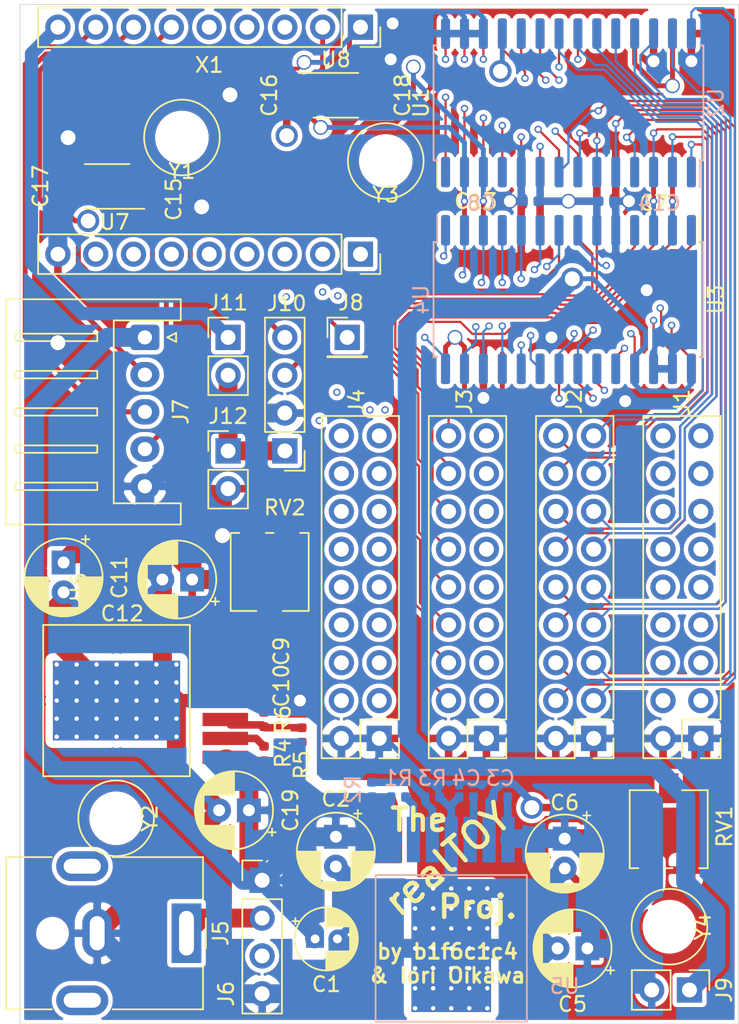
<source format=kicad_pcb>
(kicad_pcb (version 20171130) (host pcbnew 5.1.6)
  (layers (0 F.Cu signal) (1 In1.Cu signal) (2 In2.Cu signal) (31 B.Cu signal) (34 B.Paste user) (35 F.Paste user) (36 B.SilkS user) (37 F.SilkS user) (38 B.Mask user) (39 F.Mask user) (44 Edge.Cuts user))
  (net 0 "")
  (net 1 GND)
  (net 2 /btn_power_o)
  (net 3 /VIN)
  (net 4 "Net-(J1-Pad9)")
  (net 5 "Net-(J1-Pad8)")
  (net 6 "Net-(J1-Pad7)")
  (net 7 "Net-(J1-Pad6)")
  (net 8 "Net-(J1-Pad5)")
  (net 9 "Net-(J1-Pad4)")
  (net 10 "Net-(J1-Pad3)")
  (net 11 "Net-(J2-Pad9)")
  (net 12 "Net-(J2-Pad8)")
  (net 13 "Net-(J2-Pad7)")
  (net 14 "Net-(J2-Pad6)")
  (net 15 "Net-(J2-Pad5)")
  (net 16 "Net-(J2-Pad4)")
  (net 17 "Net-(J2-Pad3)")
  (net 18 /VU)
  (net 19 "Net-(J3-Pad8)")
  (net 20 "Net-(J3-Pad7)")
  (net 21 "Net-(J3-Pad6)")
  (net 22 "Net-(J3-Pad5)")
  (net 23 "Net-(J3-Pad4)")
  (net 24 "Net-(J3-Pad3)")
  (net 25 "Net-(J4-Pad8)")
  (net 26 "Net-(J4-Pad7)")
  (net 27 "Net-(J4-Pad6)")
  (net 28 "Net-(J4-Pad5)")
  (net 29 "Net-(J4-Pad3)")
  (net 30 /+5V)
  (net 31 VDD)
  (net 32 "Net-(C3-Pad2)")
  (net 33 "Net-(C9-Pad2)")
  (net 34 /sda)
  (net 35 /scl)
  (net 36 "Net-(U1-Pad20)")
  (net 37 "Net-(U1-Pad19)")
  (net 38 "Net-(U2-Pad20)")
  (net 39 "Net-(U2-Pad19)")
  (net 40 "Net-(U3-Pad20)")
  (net 41 "Net-(U3-Pad19)")
  (net 42 "Net-(R1-Pad2)")
  (net 43 "Net-(R2-Pad2)")
  (net 44 "Net-(R4-Pad2)")
  (net 45 "Net-(R5-Pad2)")
  (net 46 "Net-(C4-Pad1)")
  (net 47 "Net-(C10-Pad1)")
  (net 48 "Net-(J1-Pad18)")
  (net 49 "Net-(J1-Pad17)")
  (net 50 "Net-(J1-Pad16)")
  (net 51 "Net-(J1-Pad15)")
  (net 52 "Net-(J1-Pad14)")
  (net 53 "Net-(J1-Pad13)")
  (net 54 "Net-(J1-Pad12)")
  (net 55 "Net-(J1-Pad11)")
  (net 56 "Net-(J1-Pad10)")
  (net 57 "Net-(J2-Pad18)")
  (net 58 "Net-(J2-Pad17)")
  (net 59 "Net-(J2-Pad16)")
  (net 60 "Net-(J2-Pad15)")
  (net 61 "Net-(J2-Pad14)")
  (net 62 "Net-(J2-Pad13)")
  (net 63 "Net-(J2-Pad12)")
  (net 64 "Net-(J2-Pad11)")
  (net 65 "Net-(J2-Pad10)")
  (net 66 "Net-(J3-Pad18)")
  (net 67 "Net-(J3-Pad17)")
  (net 68 "Net-(J3-Pad16)")
  (net 69 "Net-(J3-Pad15)")
  (net 70 "Net-(J3-Pad14)")
  (net 71 "Net-(J3-Pad13)")
  (net 72 "Net-(J3-Pad12)")
  (net 73 "Net-(J3-Pad11)")
  (net 74 "Net-(J3-Pad10)")
  (net 75 "Net-(J3-Pad9)")
  (net 76 "Net-(J4-Pad18)")
  (net 77 "Net-(J4-Pad17)")
  (net 78 "Net-(J4-Pad16)")
  (net 79 "Net-(J4-Pad15)")
  (net 80 "Net-(J4-Pad14)")
  (net 81 "Net-(J4-Pad13)")
  (net 82 "Net-(J4-Pad12)")
  (net 83 "Net-(J4-Pad11)")
  (net 84 "Net-(J4-Pad10)")
  (net 85 "Net-(J4-Pad9)")
  (net 86 /scl_5v)
  (net 87 /sda_5v)
  (net 88 "Net-(U4-Pad20)")
  (net 89 "Net-(U4-Pad19)")
  (net 90 /scl_3v3)
  (net 91 /sda_3v3)
  (net 92 "Net-(X1-Pad28)")
  (net 93 "Net-(X1-Pad31)")
  (net 94 "Net-(X1-Pad33)")
  (net 95 "Net-(X1-Pad29)")
  (net 96 "Net-(X1-Pad30)")
  (net 97 "Net-(X1-Pad32)")
  (net 98 /dtr_3v3)
  (net 99 "Net-(X1-Pad18)")
  (net 100 "Net-(X1-Pad20)")
  (net 101 "Net-(X1-Pad19)")
  (net 102 /+3V3)
  (net 103 "Net-(X1-Pad27)")
  (net 104 "Net-(X1-Pad26)")
  (net 105 /VADJ1)
  (net 106 /VADJ2)
  (net 107 /VIN0)
  (net 108 /f2p_3v3)
  (net 109 /p2f_3v3)
  (module b1:Hole (layer F.Cu) (at 145.21 138.12 90)
    (fp_text reference Y4 (at 0 2.2606 90) (layer F.SilkS))
    (fp_text value Mount)
    (pad "" np_thru_hole circle (at 0 0 90) (size 3 3) (drill 3) (layers *.Cu *.Mask))
  )
  (module b1:Hole (layer F.Cu) (at 126.16 86.71)
    (fp_text reference Y3 (at 0 2.2606) (layer F.SilkS))
    (fp_text value Mount)
    (pad "" np_thru_hole circle (at 0 0) (size 3 3) (drill 3) (layers *.Cu *.Mask))
  )
  (module b1:Hole (layer F.Cu) (at 108.05 130.84 90)
    (fp_text reference Y2 (at 0 2.2606 90) (layer F.SilkS))
    (fp_text value Mount)
    (pad "" np_thru_hole circle (at 0 0 90) (size 3 3) (drill 3) (layers *.Cu *.Mask))
  )
  (module b1:Hole (layer F.Cu) (at 112.47 85.13)
    (fp_text reference Y1 (at 0 2.2606) (layer F.SilkS))
    (fp_text value Mount)
    (pad "" np_thru_hole circle (at 0 0) (size 3 3) (drill 3) (layers *.Cu *.Mask))
  )
  (module Connector_PinHeader_2.54mm:PinHeader_2x09_P2.54mm_Vertical (layer F.Cu) (at 147.32 125.476 180)
    (fp_text reference J1 (at 1.27 22.606 90) (layer F.SilkS))
    (fp_text value Conn_02x09_Odd_Even)
    (pad 18 thru_hole oval (at 2.54 20.32 180) (size 1.7 1.7) (drill 1) (layers *.Cu *.Mask) (net 48 "Net-(J1-Pad18)"))
    (pad 17 thru_hole oval (at 0 20.32 180) (size 1.7 1.7) (drill 1) (layers *.Cu *.Mask) (net 49 "Net-(J1-Pad17)"))
    (pad 16 thru_hole oval (at 2.54 17.78 180) (size 1.7 1.7) (drill 1) (layers *.Cu *.Mask) (net 50 "Net-(J1-Pad16)"))
    (pad 15 thru_hole oval (at 0 17.78 180) (size 1.7 1.7) (drill 1) (layers *.Cu *.Mask) (net 51 "Net-(J1-Pad15)"))
    (pad 14 thru_hole oval (at 2.54 15.24 180) (size 1.7 1.7) (drill 1) (layers *.Cu *.Mask) (net 52 "Net-(J1-Pad14)"))
    (pad 13 thru_hole oval (at 0 15.24 180) (size 1.7 1.7) (drill 1) (layers *.Cu *.Mask) (net 53 "Net-(J1-Pad13)"))
    (pad 12 thru_hole oval (at 2.54 12.7 180) (size 1.7 1.7) (drill 1) (layers *.Cu *.Mask) (net 54 "Net-(J1-Pad12)"))
    (pad 11 thru_hole oval (at 0 12.7 180) (size 1.7 1.7) (drill 1) (layers *.Cu *.Mask) (net 55 "Net-(J1-Pad11)"))
    (pad 10 thru_hole oval (at 2.54 10.16 180) (size 1.7 1.7) (drill 1) (layers *.Cu *.Mask) (net 56 "Net-(J1-Pad10)"))
    (pad 9 thru_hole oval (at 0 10.16 180) (size 1.7 1.7) (drill 1) (layers *.Cu *.Mask) (net 4 "Net-(J1-Pad9)"))
    (pad 8 thru_hole oval (at 2.54 7.62 180) (size 1.7 1.7) (drill 1) (layers *.Cu *.Mask) (net 5 "Net-(J1-Pad8)"))
    (pad 7 thru_hole oval (at 0 7.62 180) (size 1.7 1.7) (drill 1) (layers *.Cu *.Mask) (net 6 "Net-(J1-Pad7)"))
    (pad 6 thru_hole oval (at 2.54 5.08 180) (size 1.7 1.7) (drill 1) (layers *.Cu *.Mask) (net 7 "Net-(J1-Pad6)"))
    (pad 5 thru_hole oval (at 0 5.08 180) (size 1.7 1.7) (drill 1) (layers *.Cu *.Mask) (net 8 "Net-(J1-Pad5)"))
    (pad 4 thru_hole oval (at 2.54 2.54 180) (size 1.7 1.7) (drill 1) (layers *.Cu *.Mask) (net 9 "Net-(J1-Pad4)"))
    (pad 3 thru_hole oval (at 0 2.54 180) (size 1.7 1.7) (drill 1) (layers *.Cu *.Mask) (net 10 "Net-(J1-Pad3)"))
    (pad 2 thru_hole oval (at 2.54 0 180) (size 1.7 1.7) (drill 1) (layers *.Cu *.Mask) (net 1 GND))
    (pad 1 thru_hole rect (at 0 0 180) (size 1.7 1.7) (drill 1) (layers *.Cu *.Mask) (net 1 GND))
  )
  (module Connector_PinHeader_2.54mm:PinHeader_2x09_P2.54mm_Vertical (layer F.Cu) (at 132.92 125.476 180)
    (fp_text reference J3 (at 1.475 22.606 90) (layer F.SilkS))
    (fp_text value Conn_02x09_Odd_Even)
    (pad 18 thru_hole oval (at 2.54 20.32 180) (size 1.7 1.7) (drill 1) (layers *.Cu *.Mask) (net 66 "Net-(J3-Pad18)"))
    (pad 17 thru_hole oval (at 0 20.32 180) (size 1.7 1.7) (drill 1) (layers *.Cu *.Mask) (net 67 "Net-(J3-Pad17)"))
    (pad 16 thru_hole oval (at 2.54 17.78 180) (size 1.7 1.7) (drill 1) (layers *.Cu *.Mask) (net 68 "Net-(J3-Pad16)"))
    (pad 15 thru_hole oval (at 0 17.78 180) (size 1.7 1.7) (drill 1) (layers *.Cu *.Mask) (net 69 "Net-(J3-Pad15)"))
    (pad 14 thru_hole oval (at 2.54 15.24 180) (size 1.7 1.7) (drill 1) (layers *.Cu *.Mask) (net 70 "Net-(J3-Pad14)"))
    (pad 13 thru_hole oval (at 0 15.24 180) (size 1.7 1.7) (drill 1) (layers *.Cu *.Mask) (net 71 "Net-(J3-Pad13)"))
    (pad 12 thru_hole oval (at 2.54 12.7 180) (size 1.7 1.7) (drill 1) (layers *.Cu *.Mask) (net 72 "Net-(J3-Pad12)"))
    (pad 11 thru_hole oval (at 0 12.7 180) (size 1.7 1.7) (drill 1) (layers *.Cu *.Mask) (net 73 "Net-(J3-Pad11)"))
    (pad 10 thru_hole oval (at 2.54 10.16 180) (size 1.7 1.7) (drill 1) (layers *.Cu *.Mask) (net 74 "Net-(J3-Pad10)"))
    (pad 9 thru_hole oval (at 0 10.16 180) (size 1.7 1.7) (drill 1) (layers *.Cu *.Mask) (net 75 "Net-(J3-Pad9)"))
    (pad 8 thru_hole oval (at 2.54 7.62 180) (size 1.7 1.7) (drill 1) (layers *.Cu *.Mask) (net 19 "Net-(J3-Pad8)"))
    (pad 7 thru_hole oval (at 0 7.62 180) (size 1.7 1.7) (drill 1) (layers *.Cu *.Mask) (net 20 "Net-(J3-Pad7)"))
    (pad 6 thru_hole oval (at 2.54 5.08 180) (size 1.7 1.7) (drill 1) (layers *.Cu *.Mask) (net 21 "Net-(J3-Pad6)"))
    (pad 5 thru_hole oval (at 0 5.08 180) (size 1.7 1.7) (drill 1) (layers *.Cu *.Mask) (net 22 "Net-(J3-Pad5)"))
    (pad 4 thru_hole oval (at 2.54 2.54 180) (size 1.7 1.7) (drill 1) (layers *.Cu *.Mask) (net 23 "Net-(J3-Pad4)"))
    (pad 3 thru_hole oval (at 0 2.54 180) (size 1.7 1.7) (drill 1) (layers *.Cu *.Mask) (net 24 "Net-(J3-Pad3)"))
    (pad 2 thru_hole oval (at 2.54 0 180) (size 1.7 1.7) (drill 1) (layers *.Cu *.Mask) (net 1 GND))
    (pad 1 thru_hole rect (at 0 0 180) (size 1.7 1.7) (drill 1) (layers *.Cu *.Mask) (net 1 GND))
  )
  (module Connector_PinHeader_2.54mm:PinHeader_2x09_P2.54mm_Vertical (layer F.Cu) (at 125.72 125.476 180)
    (fp_text reference J4 (at 1.514 22.606 90) (layer F.SilkS))
    (fp_text value Conn_02x09_Odd_Even)
    (pad 18 thru_hole oval (at 2.54 20.32 180) (size 1.7 1.7) (drill 1) (layers *.Cu *.Mask) (net 76 "Net-(J4-Pad18)"))
    (pad 17 thru_hole oval (at 0 20.32 180) (size 1.7 1.7) (drill 1) (layers *.Cu *.Mask) (net 77 "Net-(J4-Pad17)"))
    (pad 16 thru_hole oval (at 2.54 17.78 180) (size 1.7 1.7) (drill 1) (layers *.Cu *.Mask) (net 78 "Net-(J4-Pad16)"))
    (pad 15 thru_hole oval (at 0 17.78 180) (size 1.7 1.7) (drill 1) (layers *.Cu *.Mask) (net 79 "Net-(J4-Pad15)"))
    (pad 14 thru_hole oval (at 2.54 15.24 180) (size 1.7 1.7) (drill 1) (layers *.Cu *.Mask) (net 80 "Net-(J4-Pad14)"))
    (pad 13 thru_hole oval (at 0 15.24 180) (size 1.7 1.7) (drill 1) (layers *.Cu *.Mask) (net 81 "Net-(J4-Pad13)"))
    (pad 12 thru_hole oval (at 2.54 12.7 180) (size 1.7 1.7) (drill 1) (layers *.Cu *.Mask) (net 82 "Net-(J4-Pad12)"))
    (pad 11 thru_hole oval (at 0 12.7 180) (size 1.7 1.7) (drill 1) (layers *.Cu *.Mask) (net 83 "Net-(J4-Pad11)"))
    (pad 10 thru_hole oval (at 2.54 10.16 180) (size 1.7 1.7) (drill 1) (layers *.Cu *.Mask) (net 84 "Net-(J4-Pad10)"))
    (pad 9 thru_hole oval (at 0 10.16 180) (size 1.7 1.7) (drill 1) (layers *.Cu *.Mask) (net 85 "Net-(J4-Pad9)"))
    (pad 8 thru_hole oval (at 2.54 7.62 180) (size 1.7 1.7) (drill 1) (layers *.Cu *.Mask) (net 25 "Net-(J4-Pad8)"))
    (pad 7 thru_hole oval (at 0 7.62 180) (size 1.7 1.7) (drill 1) (layers *.Cu *.Mask) (net 26 "Net-(J4-Pad7)"))
    (pad 6 thru_hole oval (at 2.54 5.08 180) (size 1.7 1.7) (drill 1) (layers *.Cu *.Mask) (net 27 "Net-(J4-Pad6)"))
    (pad 5 thru_hole oval (at 0 5.08 180) (size 1.7 1.7) (drill 1) (layers *.Cu *.Mask) (net 28 "Net-(J4-Pad5)"))
    (pad 4 thru_hole oval (at 2.54 2.54 180) (size 1.7 1.7) (drill 1) (layers *.Cu *.Mask) (net 2 /btn_power_o))
    (pad 3 thru_hole oval (at 0 2.54 180) (size 1.7 1.7) (drill 1) (layers *.Cu *.Mask) (net 29 "Net-(J4-Pad3)"))
    (pad 2 thru_hole oval (at 2.54 0 180) (size 1.7 1.7) (drill 1) (layers *.Cu *.Mask) (net 1 GND))
    (pad 1 thru_hole rect (at 0 0 180) (size 1.7 1.7) (drill 1) (layers *.Cu *.Mask) (net 1 GND))
  )
  (module Connector_PinHeader_2.54mm:PinHeader_1x01_P2.54mm_Vertical (layer F.Cu) (at 123.571 98.552)
    (fp_text reference J8 (at 0.254 -2.33) (layer F.SilkS))
    (fp_text value Conn_01x01)
    (pad 1 thru_hole rect (at 0 0) (size 1.7 1.7) (drill 1) (layers *.Cu *.Mask) (net 102 /+3V3))
  )
  (module b1:PLTWS7_half (layer F.Cu) (at 124.46 77.724 270)
    (fp_text reference X1 (at 2.54 10.16 180) (layer F.SilkS))
    (fp_text value PLTWS7)
    (pad 33 thru_hole rect (at 15.24 0 270) (size 1.7 1.7) (drill 1) (layers *.Cu *.Mask) (net 94 "Net-(X1-Pad33)"))
    (pad 30 thru_hole oval (at 15.24 7.62 270) (size 1.7 1.7) (drill 1) (layers *.Cu *.Mask) (net 96 "Net-(X1-Pad30)"))
    (pad 32 thru_hole oval (at 15.24 2.54 270) (size 1.7 1.7) (drill 1) (layers *.Cu *.Mask) (net 97 "Net-(X1-Pad32)"))
    (pad 27 thru_hole oval (at 15.24 15.24 270) (size 1.7 1.7) (drill 1) (layers *.Cu *.Mask) (net 103 "Net-(X1-Pad27)"))
    (pad 29 thru_hole oval (at 15.24 10.16 270) (size 1.7 1.7) (drill 1) (layers *.Cu *.Mask) (net 95 "Net-(X1-Pad29)"))
    (pad 31 thru_hole oval (at 15.24 5.08 270) (size 1.7 1.7) (drill 1) (layers *.Cu *.Mask) (net 93 "Net-(X1-Pad31)"))
    (pad 25 thru_hole oval (at 15.24 20.32 270) (size 1.7 1.7) (drill 1) (layers *.Cu *.Mask) (net 1 GND))
    (pad 26 thru_hole oval (at 15.24 17.78 270) (size 1.7 1.7) (drill 1) (layers *.Cu *.Mask) (net 104 "Net-(X1-Pad26)"))
    (pad 28 thru_hole oval (at 15.24 12.7 270) (size 1.7 1.7) (drill 1) (layers *.Cu *.Mask) (net 92 "Net-(X1-Pad28)"))
    (pad 16 thru_hole rect (at 0 0 270) (size 1.7 1.7) (drill 1) (layers *.Cu *.Mask) (net 90 /scl_3v3))
    (pad 19 thru_hole oval (at 0 7.62 270) (size 1.7 1.7) (drill 1) (layers *.Cu *.Mask) (net 101 "Net-(X1-Pad19)"))
    (pad 17 thru_hole oval (at 0 2.54 270) (size 1.7 1.7) (drill 1) (layers *.Cu *.Mask) (net 91 /sda_3v3))
    (pad 22 thru_hole oval (at 0 15.24 270) (size 1.7 1.7) (drill 1) (layers *.Cu *.Mask) (net 98 /dtr_3v3))
    (pad 20 thru_hole oval (at 0 10.16 270) (size 1.7 1.7) (drill 1) (layers *.Cu *.Mask) (net 100 "Net-(X1-Pad20)"))
    (pad 18 thru_hole oval (at 0 5.08 270) (size 1.7 1.7) (drill 1) (layers *.Cu *.Mask) (net 99 "Net-(X1-Pad18)"))
    (pad 24 thru_hole oval (at 0 20.32 270) (size 1.7 1.7) (drill 1) (layers *.Cu *.Mask) (net 18 /VU))
    (pad 23 thru_hole oval (at 0 17.78 270) (size 1.7 1.7) (drill 1) (layers *.Cu *.Mask) (net 109 /p2f_3v3))
    (pad 21 thru_hole oval (at 0 12.7 270) (size 1.7 1.7) (drill 1) (layers *.Cu *.Mask) (net 108 /f2p_3v3))
  )
  (module Capacitor_THT:CP_Radial_D5.0mm_P2.00mm (layer F.Cu) (at 116.967 130.302 180)
    (fp_text reference C19 (at -2.794 0 90) (layer F.SilkS))
    (fp_text value 1u)
    (pad 2 thru_hole circle (at 2 0 180) (size 1.6 1.6) (drill 0.8) (layers *.Cu *.Mask) (net 1 GND))
    (pad 1 thru_hole rect (at 0 0 180) (size 1.6 1.6) (drill 0.8) (layers *.Cu *.Mask) (net 3 /VIN))
  )
  (module Capacitor_THT:CP_Radial_D5.0mm_P2.00mm (layer F.Cu) (at 122.809 132.08 270)
    (fp_text reference C2 (at -2.54 0 180) (layer F.SilkS))
    (fp_text value 1u)
    (pad 2 thru_hole circle (at 2 0 270) (size 1.6 1.6) (drill 0.8) (layers *.Cu *.Mask) (net 1 GND))
    (pad 1 thru_hole rect (at 0 0 270) (size 1.6 1.6) (drill 0.8) (layers *.Cu *.Mask) (net 3 /VIN))
  )
  (module Connector_PinHeader_2.54mm:PinHeader_1x04_P2.54mm_Vertical (layer F.Cu) (at 119.38 106.172 180)
    (fp_text reference J10 (at -0.127 9.906) (layer F.SilkS))
    (fp_text value Conn_01x04)
    (pad 4 thru_hole oval (at 0 7.62 180) (size 1.7 1.7) (drill 1) (layers *.Cu *.Mask) (net 86 /scl_5v))
    (pad 3 thru_hole oval (at 0 5.08 180) (size 1.7 1.7) (drill 1) (layers *.Cu *.Mask) (net 87 /sda_5v))
    (pad 2 thru_hole oval (at 0 2.54 180) (size 1.7 1.7) (drill 1) (layers *.Cu *.Mask) (net 1 GND))
    (pad 1 thru_hole rect (at 0 0 180) (size 1.7 1.7) (drill 1) (layers *.Cu *.Mask) (net 30 /+5V))
  )
  (module Package_SO:SOIC-28W_7.5x17.9mm_P1.27mm (layer F.Cu) (at 138.43 82.804 90)
    (fp_text reference U1 (at 0 -9.9 90) (layer F.SilkS))
    (fp_text value MCP23017)
    (pad 28 smd roundrect (at 4.65 -8.255 90) (size 2.05 0.6) (layers F.Cu F.Paste F.Mask) (net 10 "Net-(J1-Pad3)"))
    (pad 27 smd roundrect (at 4.65 -6.985 90) (size 2.05 0.6) (layers F.Cu F.Paste F.Mask) (net 8 "Net-(J1-Pad5)"))
    (pad 26 smd roundrect (at 4.65 -5.715 90) (size 2.05 0.6) (layers F.Cu F.Paste F.Mask) (net 6 "Net-(J1-Pad7)"))
    (pad 25 smd roundrect (at 4.65 -4.445 90) (size 2.05 0.6) (layers F.Cu F.Paste F.Mask) (net 4 "Net-(J1-Pad9)"))
    (pad 24 smd roundrect (at 4.65 -3.175 90) (size 2.05 0.6) (layers F.Cu F.Paste F.Mask) (net 55 "Net-(J1-Pad11)"))
    (pad 23 smd roundrect (at 4.65 -1.905 90) (size 2.05 0.6) (layers F.Cu F.Paste F.Mask) (net 53 "Net-(J1-Pad13)"))
    (pad 22 smd roundrect (at 4.65 -0.635 90) (size 2.05 0.6) (layers F.Cu F.Paste F.Mask) (net 51 "Net-(J1-Pad15)"))
    (pad 21 smd roundrect (at 4.65 0.635 90) (size 2.05 0.6) (layers F.Cu F.Paste F.Mask) (net 49 "Net-(J1-Pad17)"))
    (pad 20 smd roundrect (at 4.65 1.905 90) (size 2.05 0.6) (layers F.Cu F.Paste F.Mask) (net 36 "Net-(U1-Pad20)"))
    (pad 19 smd roundrect (at 4.65 3.175 90) (size 2.05 0.6) (layers F.Cu F.Paste F.Mask) (net 37 "Net-(U1-Pad19)"))
    (pad 18 smd roundrect (at 4.65 4.445 90) (size 2.05 0.6) (layers F.Cu F.Paste F.Mask) (net 31 VDD))
    (pad 17 smd roundrect (at 4.65 5.715 90) (size 2.05 0.6) (layers F.Cu F.Paste F.Mask) (net 1 GND))
    (pad 16 smd roundrect (at 4.65 6.985 90) (size 2.05 0.6) (layers F.Cu F.Paste F.Mask) (net 31 VDD))
    (pad 15 smd roundrect (at 4.65 8.255 90) (size 2.05 0.6) (layers F.Cu F.Paste F.Mask) (net 1 GND))
    (pad 14 smd roundrect (at -4.65 8.255 90) (size 2.05 0.6) (layers F.Cu F.Paste F.Mask))
    (pad 13 smd roundrect (at -4.65 6.985 90) (size 2.05 0.6) (layers F.Cu F.Paste F.Mask) (net 34 /sda))
    (pad 12 smd roundrect (at -4.65 5.715 90) (size 2.05 0.6) (layers F.Cu F.Paste F.Mask) (net 35 /scl))
    (pad 11 smd roundrect (at -4.65 4.445 90) (size 2.05 0.6) (layers F.Cu F.Paste F.Mask))
    (pad 10 smd roundrect (at -4.65 3.175 90) (size 2.05 0.6) (layers F.Cu F.Paste F.Mask) (net 1 GND))
    (pad 9 smd roundrect (at -4.65 1.905 90) (size 2.05 0.6) (layers F.Cu F.Paste F.Mask) (net 31 VDD))
    (pad 8 smd roundrect (at -4.65 0.635 90) (size 2.05 0.6) (layers F.Cu F.Paste F.Mask) (net 9 "Net-(J1-Pad4)"))
    (pad 7 smd roundrect (at -4.65 -0.635 90) (size 2.05 0.6) (layers F.Cu F.Paste F.Mask) (net 7 "Net-(J1-Pad6)"))
    (pad 6 smd roundrect (at -4.65 -1.905 90) (size 2.05 0.6) (layers F.Cu F.Paste F.Mask) (net 5 "Net-(J1-Pad8)"))
    (pad 5 smd roundrect (at -4.65 -3.175 90) (size 2.05 0.6) (layers F.Cu F.Paste F.Mask) (net 56 "Net-(J1-Pad10)"))
    (pad 4 smd roundrect (at -4.65 -4.445 90) (size 2.05 0.6) (layers F.Cu F.Paste F.Mask) (net 54 "Net-(J1-Pad12)"))
    (pad 3 smd roundrect (at -4.65 -5.715 90) (size 2.05 0.6) (layers F.Cu F.Paste F.Mask) (net 52 "Net-(J1-Pad14)"))
    (pad 2 smd roundrect (at -4.65 -6.985 90) (size 2.05 0.6) (layers F.Cu F.Paste F.Mask) (net 50 "Net-(J1-Pad16)"))
    (pad 1 smd roundrect (at -4.65 -8.255 90) (size 2.05 0.6) (layers F.Cu F.Paste F.Mask) (net 48 "Net-(J1-Pad18)"))
  )
  (module Package_SO:SOIC-28W_7.5x17.9mm_P1.27mm (layer B.Cu) (at 138.43 96.012 270)
    (fp_text reference U4 (at 0 9.9 270) (layer B.SilkS) (effects (justify mirror)))
    (fp_text value MCP23017)
    (pad 28 smd roundrect (at 4.65 8.255 270) (size 2.05 0.6) (layers B.Cu B.Paste B.Mask) (net 29 "Net-(J4-Pad3)"))
    (pad 27 smd roundrect (at 4.65 6.985 270) (size 2.05 0.6) (layers B.Cu B.Paste B.Mask) (net 28 "Net-(J4-Pad5)"))
    (pad 26 smd roundrect (at 4.65 5.715 270) (size 2.05 0.6) (layers B.Cu B.Paste B.Mask) (net 26 "Net-(J4-Pad7)"))
    (pad 25 smd roundrect (at 4.65 4.445 270) (size 2.05 0.6) (layers B.Cu B.Paste B.Mask) (net 85 "Net-(J4-Pad9)"))
    (pad 24 smd roundrect (at 4.65 3.175 270) (size 2.05 0.6) (layers B.Cu B.Paste B.Mask) (net 83 "Net-(J4-Pad11)"))
    (pad 23 smd roundrect (at 4.65 1.905 270) (size 2.05 0.6) (layers B.Cu B.Paste B.Mask) (net 81 "Net-(J4-Pad13)"))
    (pad 22 smd roundrect (at 4.65 0.635 270) (size 2.05 0.6) (layers B.Cu B.Paste B.Mask) (net 79 "Net-(J4-Pad15)"))
    (pad 21 smd roundrect (at 4.65 -0.635 270) (size 2.05 0.6) (layers B.Cu B.Paste B.Mask) (net 77 "Net-(J4-Pad17)"))
    (pad 20 smd roundrect (at 4.65 -1.905 270) (size 2.05 0.6) (layers B.Cu B.Paste B.Mask) (net 88 "Net-(U4-Pad20)"))
    (pad 19 smd roundrect (at 4.65 -3.175 270) (size 2.05 0.6) (layers B.Cu B.Paste B.Mask) (net 89 "Net-(U4-Pad19)"))
    (pad 18 smd roundrect (at 4.65 -4.445 270) (size 2.05 0.6) (layers B.Cu B.Paste B.Mask) (net 31 VDD))
    (pad 17 smd roundrect (at 4.65 -5.715 270) (size 2.05 0.6) (layers B.Cu B.Paste B.Mask) (net 1 GND))
    (pad 16 smd roundrect (at 4.65 -6.985 270) (size 2.05 0.6) (layers B.Cu B.Paste B.Mask) (net 1 GND))
    (pad 15 smd roundrect (at 4.65 -8.255 270) (size 2.05 0.6) (layers B.Cu B.Paste B.Mask) (net 31 VDD))
    (pad 14 smd roundrect (at -4.65 -8.255 270) (size 2.05 0.6) (layers B.Cu B.Paste B.Mask))
    (pad 13 smd roundrect (at -4.65 -6.985 270) (size 2.05 0.6) (layers B.Cu B.Paste B.Mask) (net 34 /sda))
    (pad 12 smd roundrect (at -4.65 -5.715 270) (size 2.05 0.6) (layers B.Cu B.Paste B.Mask) (net 35 /scl))
    (pad 11 smd roundrect (at -4.65 -4.445 270) (size 2.05 0.6) (layers B.Cu B.Paste B.Mask))
    (pad 10 smd roundrect (at -4.65 -3.175 270) (size 2.05 0.6) (layers B.Cu B.Paste B.Mask) (net 1 GND))
    (pad 9 smd roundrect (at -4.65 -1.905 270) (size 2.05 0.6) (layers B.Cu B.Paste B.Mask) (net 31 VDD))
    (pad 8 smd roundrect (at -4.65 -0.635 270) (size 2.05 0.6) (layers B.Cu B.Paste B.Mask) (net 2 /btn_power_o))
    (pad 7 smd roundrect (at -4.65 0.635 270) (size 2.05 0.6) (layers B.Cu B.Paste B.Mask) (net 27 "Net-(J4-Pad6)"))
    (pad 6 smd roundrect (at -4.65 1.905 270) (size 2.05 0.6) (layers B.Cu B.Paste B.Mask) (net 25 "Net-(J4-Pad8)"))
    (pad 5 smd roundrect (at -4.65 3.175 270) (size 2.05 0.6) (layers B.Cu B.Paste B.Mask) (net 84 "Net-(J4-Pad10)"))
    (pad 4 smd roundrect (at -4.65 4.445 270) (size 2.05 0.6) (layers B.Cu B.Paste B.Mask) (net 82 "Net-(J4-Pad12)"))
    (pad 3 smd roundrect (at -4.65 5.715 270) (size 2.05 0.6) (layers B.Cu B.Paste B.Mask) (net 80 "Net-(J4-Pad14)"))
    (pad 2 smd roundrect (at -4.65 6.985 270) (size 2.05 0.6) (layers B.Cu B.Paste B.Mask) (net 78 "Net-(J4-Pad16)"))
    (pad 1 smd roundrect (at -4.65 8.255 270) (size 2.05 0.6) (layers B.Cu B.Paste B.Mask) (net 76 "Net-(J4-Pad18)"))
  )
  (module Package_SO:SOIC-28W_7.5x17.9mm_P1.27mm (layer F.Cu) (at 138.43 96.012 270)
    (fp_text reference U3 (at 0 -9.9 90) (layer F.SilkS))
    (fp_text value MCP23017)
    (pad 1 smd roundrect (at -4.65 -8.255 270) (size 2.05 0.6) (layers F.Cu F.Paste F.Mask) (net 66 "Net-(J3-Pad18)"))
    (pad 2 smd roundrect (at -4.65 -6.985 270) (size 2.05 0.6) (layers F.Cu F.Paste F.Mask) (net 68 "Net-(J3-Pad16)"))
    (pad 3 smd roundrect (at -4.65 -5.715 270) (size 2.05 0.6) (layers F.Cu F.Paste F.Mask) (net 70 "Net-(J3-Pad14)"))
    (pad 4 smd roundrect (at -4.65 -4.445 270) (size 2.05 0.6) (layers F.Cu F.Paste F.Mask) (net 72 "Net-(J3-Pad12)"))
    (pad 5 smd roundrect (at -4.65 -3.175 270) (size 2.05 0.6) (layers F.Cu F.Paste F.Mask) (net 74 "Net-(J3-Pad10)"))
    (pad 6 smd roundrect (at -4.65 -1.905 270) (size 2.05 0.6) (layers F.Cu F.Paste F.Mask) (net 19 "Net-(J3-Pad8)"))
    (pad 7 smd roundrect (at -4.65 -0.635 270) (size 2.05 0.6) (layers F.Cu F.Paste F.Mask) (net 21 "Net-(J3-Pad6)"))
    (pad 8 smd roundrect (at -4.65 0.635 270) (size 2.05 0.6) (layers F.Cu F.Paste F.Mask) (net 23 "Net-(J3-Pad4)"))
    (pad 9 smd roundrect (at -4.65 1.905 270) (size 2.05 0.6) (layers F.Cu F.Paste F.Mask) (net 31 VDD))
    (pad 10 smd roundrect (at -4.65 3.175 270) (size 2.05 0.6) (layers F.Cu F.Paste F.Mask) (net 1 GND))
    (pad 11 smd roundrect (at -4.65 4.445 270) (size 2.05 0.6) (layers F.Cu F.Paste F.Mask))
    (pad 12 smd roundrect (at -4.65 5.715 270) (size 2.05 0.6) (layers F.Cu F.Paste F.Mask) (net 35 /scl))
    (pad 13 smd roundrect (at -4.65 6.985 270) (size 2.05 0.6) (layers F.Cu F.Paste F.Mask) (net 34 /sda))
    (pad 14 smd roundrect (at -4.65 8.255 270) (size 2.05 0.6) (layers F.Cu F.Paste F.Mask))
    (pad 15 smd roundrect (at 4.65 8.255 270) (size 2.05 0.6) (layers F.Cu F.Paste F.Mask) (net 31 VDD))
    (pad 16 smd roundrect (at 4.65 6.985 270) (size 2.05 0.6) (layers F.Cu F.Paste F.Mask) (net 31 VDD))
    (pad 17 smd roundrect (at 4.65 5.715 270) (size 2.05 0.6) (layers F.Cu F.Paste F.Mask) (net 1 GND))
    (pad 18 smd roundrect (at 4.65 4.445 270) (size 2.05 0.6) (layers F.Cu F.Paste F.Mask) (net 31 VDD))
    (pad 19 smd roundrect (at 4.65 3.175 270) (size 2.05 0.6) (layers F.Cu F.Paste F.Mask) (net 41 "Net-(U3-Pad19)"))
    (pad 20 smd roundrect (at 4.65 1.905 270) (size 2.05 0.6) (layers F.Cu F.Paste F.Mask) (net 40 "Net-(U3-Pad20)"))
    (pad 21 smd roundrect (at 4.65 0.635 270) (size 2.05 0.6) (layers F.Cu F.Paste F.Mask) (net 67 "Net-(J3-Pad17)"))
    (pad 22 smd roundrect (at 4.65 -0.635 270) (size 2.05 0.6) (layers F.Cu F.Paste F.Mask) (net 69 "Net-(J3-Pad15)"))
    (pad 23 smd roundrect (at 4.65 -1.905 270) (size 2.05 0.6) (layers F.Cu F.Paste F.Mask) (net 71 "Net-(J3-Pad13)"))
    (pad 24 smd roundrect (at 4.65 -3.175 270) (size 2.05 0.6) (layers F.Cu F.Paste F.Mask) (net 73 "Net-(J3-Pad11)"))
    (pad 25 smd roundrect (at 4.65 -4.445 270) (size 2.05 0.6) (layers F.Cu F.Paste F.Mask) (net 75 "Net-(J3-Pad9)"))
    (pad 26 smd roundrect (at 4.65 -5.715 270) (size 2.05 0.6) (layers F.Cu F.Paste F.Mask) (net 20 "Net-(J3-Pad7)"))
    (pad 27 smd roundrect (at 4.65 -6.985 270) (size 2.05 0.6) (layers F.Cu F.Paste F.Mask) (net 22 "Net-(J3-Pad5)"))
    (pad 28 smd roundrect (at 4.65 -8.255 270) (size 2.05 0.6) (layers F.Cu F.Paste F.Mask) (net 24 "Net-(J3-Pad3)"))
  )
  (module Package_SO:SOIC-28W_7.5x17.9mm_P1.27mm (layer B.Cu) (at 138.43 82.804 90)
    (fp_text reference U2 (at 0 9.9 90) (layer B.SilkS) (effects (justify mirror)))
    (fp_text value MCP23017)
    (pad 28 smd roundrect (at 4.65 8.255 90) (size 2.05 0.6) (layers B.Cu B.Paste B.Mask) (net 17 "Net-(J2-Pad3)"))
    (pad 27 smd roundrect (at 4.65 6.985 90) (size 2.05 0.6) (layers B.Cu B.Paste B.Mask) (net 15 "Net-(J2-Pad5)"))
    (pad 26 smd roundrect (at 4.65 5.715 90) (size 2.05 0.6) (layers B.Cu B.Paste B.Mask) (net 13 "Net-(J2-Pad7)"))
    (pad 25 smd roundrect (at 4.65 4.445 90) (size 2.05 0.6) (layers B.Cu B.Paste B.Mask) (net 11 "Net-(J2-Pad9)"))
    (pad 24 smd roundrect (at 4.65 3.175 90) (size 2.05 0.6) (layers B.Cu B.Paste B.Mask) (net 64 "Net-(J2-Pad11)"))
    (pad 23 smd roundrect (at 4.65 1.905 90) (size 2.05 0.6) (layers B.Cu B.Paste B.Mask) (net 62 "Net-(J2-Pad13)"))
    (pad 22 smd roundrect (at 4.65 0.635 90) (size 2.05 0.6) (layers B.Cu B.Paste B.Mask) (net 60 "Net-(J2-Pad15)"))
    (pad 21 smd roundrect (at 4.65 -0.635 90) (size 2.05 0.6) (layers B.Cu B.Paste B.Mask) (net 58 "Net-(J2-Pad17)"))
    (pad 20 smd roundrect (at 4.65 -1.905 90) (size 2.05 0.6) (layers B.Cu B.Paste B.Mask) (net 38 "Net-(U2-Pad20)"))
    (pad 19 smd roundrect (at 4.65 -3.175 90) (size 2.05 0.6) (layers B.Cu B.Paste B.Mask) (net 39 "Net-(U2-Pad19)"))
    (pad 18 smd roundrect (at 4.65 -4.445 90) (size 2.05 0.6) (layers B.Cu B.Paste B.Mask) (net 31 VDD))
    (pad 17 smd roundrect (at 4.65 -5.715 90) (size 2.05 0.6) (layers B.Cu B.Paste B.Mask) (net 1 GND))
    (pad 16 smd roundrect (at 4.65 -6.985 90) (size 2.05 0.6) (layers B.Cu B.Paste B.Mask) (net 1 GND))
    (pad 15 smd roundrect (at 4.65 -8.255 90) (size 2.05 0.6) (layers B.Cu B.Paste B.Mask) (net 1 GND))
    (pad 14 smd roundrect (at -4.65 -8.255 90) (size 2.05 0.6) (layers B.Cu B.Paste B.Mask))
    (pad 13 smd roundrect (at -4.65 -6.985 90) (size 2.05 0.6) (layers B.Cu B.Paste B.Mask) (net 34 /sda))
    (pad 12 smd roundrect (at -4.65 -5.715 90) (size 2.05 0.6) (layers B.Cu B.Paste B.Mask) (net 35 /scl))
    (pad 11 smd roundrect (at -4.65 -4.445 90) (size 2.05 0.6) (layers B.Cu B.Paste B.Mask))
    (pad 10 smd roundrect (at -4.65 -3.175 90) (size 2.05 0.6) (layers B.Cu B.Paste B.Mask) (net 1 GND))
    (pad 9 smd roundrect (at -4.65 -1.905 90) (size 2.05 0.6) (layers B.Cu B.Paste B.Mask) (net 31 VDD))
    (pad 8 smd roundrect (at -4.65 -0.635 90) (size 2.05 0.6) (layers B.Cu B.Paste B.Mask) (net 16 "Net-(J2-Pad4)"))
    (pad 7 smd roundrect (at -4.65 0.635 90) (size 2.05 0.6) (layers B.Cu B.Paste B.Mask) (net 14 "Net-(J2-Pad6)"))
    (pad 6 smd roundrect (at -4.65 1.905 90) (size 2.05 0.6) (layers B.Cu B.Paste B.Mask) (net 12 "Net-(J2-Pad8)"))
    (pad 5 smd roundrect (at -4.65 3.175 90) (size 2.05 0.6) (layers B.Cu B.Paste B.Mask) (net 65 "Net-(J2-Pad10)"))
    (pad 4 smd roundrect (at -4.65 4.445 90) (size 2.05 0.6) (layers B.Cu B.Paste B.Mask) (net 63 "Net-(J2-Pad12)"))
    (pad 3 smd roundrect (at -4.65 5.715 90) (size 2.05 0.6) (layers B.Cu B.Paste B.Mask) (net 61 "Net-(J2-Pad14)"))
    (pad 2 smd roundrect (at -4.65 6.985 90) (size 2.05 0.6) (layers B.Cu B.Paste B.Mask) (net 59 "Net-(J2-Pad16)"))
    (pad 1 smd roundrect (at -4.65 8.255 90) (size 2.05 0.6) (layers B.Cu B.Paste B.Mask) (net 57 "Net-(J2-Pad18)"))
  )
  (module Resistor_SMD:R_0402_1005Metric (layer F.Cu) (at 117.983 124.206 90)
    (fp_text reference R6 (at 0 1.27 90) (layer F.SilkS))
    (fp_text value 12k)
    (pad 2 smd roundrect (at 0.485 0 90) (size 0.59 0.64) (layers F.Cu F.Paste F.Mask) (net 1 GND))
    (pad 1 smd roundrect (at -0.485 0 90) (size 0.59 0.64) (layers F.Cu F.Paste F.Mask) (net 45 "Net-(R5-Pad2)"))
  )
  (module Resistor_SMD:R_0402_1005Metric (layer F.Cu) (at 120.523 125.245 90)
    (fp_text reference R5 (at -2.009 0 90) (layer F.SilkS))
    (fp_text value 33k)
    (pad 2 smd roundrect (at 0.485 0 90) (size 0.59 0.64) (layers F.Cu F.Paste F.Mask) (net 45 "Net-(R5-Pad2)"))
    (pad 1 smd roundrect (at -0.485 0 90) (size 0.59 0.64) (layers F.Cu F.Paste F.Mask) (net 3 /VIN))
  )
  (module Resistor_SMD:R_0402_1005Metric (layer F.Cu) (at 117.983 126.492 90)
    (fp_text reference R4 (at 0 1.27 90) (layer F.SilkS))
    (fp_text value 33k)
    (pad 2 smd roundrect (at 0.485 0 90) (size 0.59 0.64) (layers F.Cu F.Paste F.Mask) (net 44 "Net-(R4-Pad2)"))
    (pad 1 smd roundrect (at -0.485 0 90) (size 0.59 0.64) (layers F.Cu F.Paste F.Mask) (net 3 /VIN))
  )
  (module Resistor_SMD:R_0402_1005Metric (layer B.Cu) (at 129.286 129.413)
    (fp_text reference R3 (at 0 -1.27) (layer B.SilkS) (effects (justify mirror)))
    (fp_text value 12k)
    (pad 2 smd roundrect (at 0.485 0) (size 0.59 0.64) (layers B.Cu B.Paste B.Mask) (net 1 GND))
    (pad 1 smd roundrect (at -0.485 0) (size 0.59 0.64) (layers B.Cu B.Paste B.Mask) (net 43 "Net-(R2-Pad2)"))
  )
  (module Resistor_SMD:R_0402_1005Metric (layer B.Cu) (at 125.222 128.905 90)
    (fp_text reference R2 (at 0 -1.27 270) (layer B.SilkS) (effects (justify mirror)))
    (fp_text value 33k)
    (pad 2 smd roundrect (at 0.485 0 90) (size 0.59 0.64) (layers B.Cu B.Paste B.Mask) (net 43 "Net-(R2-Pad2)"))
    (pad 1 smd roundrect (at -0.485 0 90) (size 0.59 0.64) (layers B.Cu B.Paste B.Mask) (net 3 /VIN))
  )
  (module Resistor_SMD:R_0402_1005Metric (layer B.Cu) (at 127 129.413)
    (fp_text reference R1 (at 0 -1.27) (layer B.SilkS) (effects (justify mirror)))
    (fp_text value 33k)
    (pad 2 smd roundrect (at 0.485 0) (size 0.59 0.64) (layers B.Cu B.Paste B.Mask) (net 42 "Net-(R1-Pad2)"))
    (pad 1 smd roundrect (at -0.485 0) (size 0.59 0.64) (layers B.Cu B.Paste B.Mask) (net 3 /VIN))
  )
  (module Capacitor_SMD:C_0402_1005Metric (layer F.Cu) (at 126.111 82.296 270)
    (fp_text reference C18 (at 0 -1.17 90) (layer F.SilkS))
    (fp_text value 100n)
    (pad 2 smd roundrect (at 0.485 0 270) (size 0.59 0.64) (layers F.Cu F.Paste F.Mask) (net 1 GND))
    (pad 1 smd roundrect (at -0.485 0 270) (size 0.59 0.64) (layers F.Cu F.Paste F.Mask) (net 102 /+3V3))
  )
  (module Capacitor_SMD:C_0402_1005Metric (layer F.Cu) (at 104.14 88.412 90)
    (fp_text reference C17 (at 0 -1.17 90) (layer F.SilkS))
    (fp_text value 100n)
    (pad 2 smd roundrect (at 0.485 0 90) (size 0.59 0.64) (layers F.Cu F.Paste F.Mask) (net 1 GND))
    (pad 1 smd roundrect (at -0.485 0 90) (size 0.59 0.64) (layers F.Cu F.Paste F.Mask) (net 30 /+5V))
  )
  (module Capacitor_SMD:C_0402_1005Metric (layer F.Cu) (at 119.507 82.296 90)
    (fp_text reference C16 (at 0 -1.17 90) (layer F.SilkS))
    (fp_text value 100n)
    (pad 2 smd roundrect (at 0.485 0 90) (size 0.59 0.64) (layers F.Cu F.Paste F.Mask) (net 1 GND))
    (pad 1 smd roundrect (at -0.485 0 90) (size 0.59 0.64) (layers F.Cu F.Paste F.Mask) (net 31 VDD))
  )
  (module Capacitor_SMD:C_0402_1005Metric (layer F.Cu) (at 110.744 88.416 270)
    (fp_text reference C15 (at 0.865 -1.17 90) (layer F.SilkS))
    (fp_text value 100n)
    (pad 2 smd roundrect (at 0.485 0 270) (size 0.59 0.64) (layers F.Cu F.Paste F.Mask) (net 1 GND))
    (pad 1 smd roundrect (at -0.485 0 270) (size 0.59 0.64) (layers F.Cu F.Paste F.Mask) (net 102 /+3V3))
  )
  (module Capacitor_SMD:C_0402_1005Metric (layer B.Cu) (at 140.97 89.408)
    (fp_text reference C14 (at 3.556 0.127) (layer B.SilkS) (effects (justify mirror)))
    (fp_text value 100n)
    (pad 2 smd roundrect (at 0.485 0) (size 0.59 0.64) (layers B.Cu B.Paste B.Mask) (net 1 GND))
    (pad 1 smd roundrect (at -0.485 0) (size 0.59 0.64) (layers B.Cu B.Paste B.Mask) (net 31 VDD))
  )
  (module Capacitor_SMD:C_0402_1005Metric (layer F.Cu) (at 135.89 89.408 180)
    (fp_text reference C13 (at 3.683 0) (layer F.SilkS))
    (fp_text value 100n)
    (pad 2 smd roundrect (at 0.485 0 180) (size 0.59 0.64) (layers F.Cu F.Paste F.Mask) (net 1 GND))
    (pad 1 smd roundrect (at -0.485 0 180) (size 0.59 0.64) (layers F.Cu F.Paste F.Mask) (net 31 VDD))
  )
  (module Capacitor_SMD:C_0402_1005Metric (layer F.Cu) (at 117.983 121.943 270)
    (fp_text reference C10 (at 0 -1.17 90) (layer F.SilkS))
    (fp_text value 22n)
    (pad 2 smd roundrect (at 0.485 0 270) (size 0.59 0.64) (layers F.Cu F.Paste F.Mask) (net 1 GND))
    (pad 1 smd roundrect (at -0.485 0 270) (size 0.59 0.64) (layers F.Cu F.Paste F.Mask) (net 47 "Net-(C10-Pad1)"))
  )
  (module Capacitor_SMD:C_0402_1005Metric (layer F.Cu) (at 117.983 119.634 270)
    (fp_text reference C9 (at 0 -1.17 90) (layer F.SilkS))
    (fp_text value 22n)
    (pad 2 smd roundrect (at 0.485 0 270) (size 0.59 0.64) (layers F.Cu F.Paste F.Mask) (net 33 "Net-(C9-Pad2)"))
    (pad 1 smd roundrect (at -0.485 0 270) (size 0.59 0.64) (layers F.Cu F.Paste F.Mask) (net 106 /VADJ2))
  )
  (module Capacitor_SMD:C_0402_1005Metric (layer B.Cu) (at 135.89 89.408 180)
    (fp_text reference C8 (at 3.302 -0.127) (layer B.SilkS) (effects (justify mirror)))
    (fp_text value 100n)
    (pad 2 smd roundrect (at 0.485 0 180) (size 0.59 0.64) (layers B.Cu B.Paste B.Mask) (net 1 GND))
    (pad 1 smd roundrect (at -0.485 0 180) (size 0.59 0.64) (layers B.Cu B.Paste B.Mask) (net 31 VDD))
  )
  (module Capacitor_SMD:C_0402_1005Metric (layer F.Cu) (at 140.97 89.408)
    (fp_text reference C7 (at 3.175 0.127) (layer F.SilkS))
    (fp_text value 100n)
    (pad 2 smd roundrect (at 0.485 0) (size 0.59 0.64) (layers F.Cu F.Paste F.Mask) (net 1 GND))
    (pad 1 smd roundrect (at -0.485 0) (size 0.59 0.64) (layers F.Cu F.Paste F.Mask) (net 31 VDD))
  )
  (module Capacitor_SMD:C_0402_1005Metric (layer B.Cu) (at 131.572 129.413 180)
    (fp_text reference C4 (at 0 1.27) (layer B.SilkS) (effects (justify mirror)))
    (fp_text value 22n)
    (pad 2 smd roundrect (at 0.485 0 180) (size 0.59 0.64) (layers B.Cu B.Paste B.Mask) (net 1 GND))
    (pad 1 smd roundrect (at -0.485 0 180) (size 0.59 0.64) (layers B.Cu B.Paste B.Mask) (net 46 "Net-(C4-Pad1)"))
  )
  (module Capacitor_SMD:C_0402_1005Metric (layer B.Cu) (at 133.858 129.413 180)
    (fp_text reference C3 (at 0 1.27) (layer B.SilkS) (effects (justify mirror)))
    (fp_text value 22n)
    (pad 2 smd roundrect (at 0.485 0 180) (size 0.59 0.64) (layers B.Cu B.Paste B.Mask) (net 32 "Net-(C3-Pad2)"))
    (pad 1 smd roundrect (at -0.485 0 180) (size 0.59 0.64) (layers B.Cu B.Paste B.Mask) (net 105 /VADJ1))
  )
  (module kicad-lib:TI-R-PDSO-G8 (layer F.Cu) (at 122.809 82.296)
    (fp_text reference U8 (at 0 -2.4) (layer F.SilkS))
    (fp_text value TXS0102)
    (pad 1 smd rect (at -1.7 -0.975 270) (size 0.3 1.6) (layers F.Cu F.Paste F.Mask) (net 91 /sda_3v3))
    (pad 2 smd rect (at -1.7 -0.325 270) (size 0.3 1.6) (layers F.Cu F.Paste F.Mask) (net 1 GND))
    (pad 3 smd rect (at -1.7 0.325 270) (size 0.3 1.6) (layers F.Cu F.Paste F.Mask) (net 31 VDD))
    (pad 4 smd rect (at -1.7 0.975 270) (size 0.3 1.6) (layers F.Cu F.Paste F.Mask) (net 34 /sda))
    (pad 5 smd rect (at 1.7 0.975 270) (size 0.3 1.6) (layers F.Cu F.Paste F.Mask) (net 35 /scl))
    (pad 6 smd rect (at 1.7 0.325 270) (size 0.3 1.6) (layers F.Cu F.Paste F.Mask) (net 31 VDD))
    (pad 7 smd rect (at 1.7 -0.325 270) (size 0.3 1.6) (layers F.Cu F.Paste F.Mask) (net 102 /+3V3))
    (pad 8 smd rect (at 1.7 -0.975 270) (size 0.3 1.6) (layers F.Cu F.Paste F.Mask) (net 90 /scl_3v3))
  )
  (module kicad-lib:TI-R-PDSO-G8 (layer F.Cu) (at 107.442 88.416 180)
    (fp_text reference U7 (at -0.508 -2.4) (layer F.SilkS))
    (fp_text value TXS0102)
    (pad 8 smd rect (at 1.7 -0.975 90) (size 0.3 1.6) (layers F.Cu F.Paste F.Mask) (net 86 /scl_5v))
    (pad 7 smd rect (at 1.7 -0.325 90) (size 0.3 1.6) (layers F.Cu F.Paste F.Mask) (net 30 /+5V))
    (pad 6 smd rect (at 1.7 0.325 90) (size 0.3 1.6) (layers F.Cu F.Paste F.Mask) (net 102 /+3V3))
    (pad 5 smd rect (at 1.7 0.975 90) (size 0.3 1.6) (layers F.Cu F.Paste F.Mask) (net 90 /scl_3v3))
    (pad 4 smd rect (at -1.7 0.975 90) (size 0.3 1.6) (layers F.Cu F.Paste F.Mask) (net 91 /sda_3v3))
    (pad 3 smd rect (at -1.7 0.325 90) (size 0.3 1.6) (layers F.Cu F.Paste F.Mask) (net 102 /+3V3))
    (pad 2 smd rect (at -1.7 -0.325 90) (size 0.3 1.6) (layers F.Cu F.Paste F.Mask) (net 1 GND))
    (pad 1 smd rect (at -1.7 -0.975 90) (size 0.3 1.6) (layers F.Cu F.Paste F.Mask) (net 87 /sda_5v))
  )
  (module Connector_PinHeader_2.54mm:PinHeader_2x09_P2.54mm_Vertical (layer F.Cu) (at 140.12 125.476 180)
    (fp_text reference J2 (at 1.309 22.606 90) (layer F.SilkS))
    (fp_text value Conn_02x09_Odd_Even)
    (pad 18 thru_hole oval (at 2.54 20.32 180) (size 1.7 1.7) (drill 1) (layers *.Cu *.Mask) (net 57 "Net-(J2-Pad18)"))
    (pad 17 thru_hole oval (at 0 20.32 180) (size 1.7 1.7) (drill 1) (layers *.Cu *.Mask) (net 58 "Net-(J2-Pad17)"))
    (pad 16 thru_hole oval (at 2.54 17.78 180) (size 1.7 1.7) (drill 1) (layers *.Cu *.Mask) (net 59 "Net-(J2-Pad16)"))
    (pad 15 thru_hole oval (at 0 17.78 180) (size 1.7 1.7) (drill 1) (layers *.Cu *.Mask) (net 60 "Net-(J2-Pad15)"))
    (pad 14 thru_hole oval (at 2.54 15.24 180) (size 1.7 1.7) (drill 1) (layers *.Cu *.Mask) (net 61 "Net-(J2-Pad14)"))
    (pad 13 thru_hole oval (at 0 15.24 180) (size 1.7 1.7) (drill 1) (layers *.Cu *.Mask) (net 62 "Net-(J2-Pad13)"))
    (pad 12 thru_hole oval (at 2.54 12.7 180) (size 1.7 1.7) (drill 1) (layers *.Cu *.Mask) (net 63 "Net-(J2-Pad12)"))
    (pad 11 thru_hole oval (at 0 12.7 180) (size 1.7 1.7) (drill 1) (layers *.Cu *.Mask) (net 64 "Net-(J2-Pad11)"))
    (pad 10 thru_hole oval (at 2.54 10.16 180) (size 1.7 1.7) (drill 1) (layers *.Cu *.Mask) (net 65 "Net-(J2-Pad10)"))
    (pad 9 thru_hole oval (at 0 10.16 180) (size 1.7 1.7) (drill 1) (layers *.Cu *.Mask) (net 11 "Net-(J2-Pad9)"))
    (pad 8 thru_hole oval (at 2.54 7.62 180) (size 1.7 1.7) (drill 1) (layers *.Cu *.Mask) (net 12 "Net-(J2-Pad8)"))
    (pad 7 thru_hole oval (at 0 7.62 180) (size 1.7 1.7) (drill 1) (layers *.Cu *.Mask) (net 13 "Net-(J2-Pad7)"))
    (pad 6 thru_hole oval (at 2.54 5.08 180) (size 1.7 1.7) (drill 1) (layers *.Cu *.Mask) (net 14 "Net-(J2-Pad6)"))
    (pad 5 thru_hole oval (at 0 5.08 180) (size 1.7 1.7) (drill 1) (layers *.Cu *.Mask) (net 15 "Net-(J2-Pad5)"))
    (pad 4 thru_hole oval (at 2.54 2.54 180) (size 1.7 1.7) (drill 1) (layers *.Cu *.Mask) (net 16 "Net-(J2-Pad4)"))
    (pad 3 thru_hole oval (at 0 2.54 180) (size 1.7 1.7) (drill 1) (layers *.Cu *.Mask) (net 17 "Net-(J2-Pad3)"))
    (pad 2 thru_hole oval (at 2.54 0 180) (size 1.7 1.7) (drill 1) (layers *.Cu *.Mask) (net 1 GND))
    (pad 1 thru_hole rect (at 0 0 180) (size 1.7 1.7) (drill 1) (layers *.Cu *.Mask) (net 1 GND))
  )
  (module Connector_JST:JST_XH_S5B-XH-A_1x05_P2.50mm_Horizontal (layer F.Cu) (at 109.982 98.552 270)
    (fp_text reference J7 (at 5 -2.413 90) (layer F.SilkS))
    (fp_text value Conn_01x05)
    (pad 5 thru_hole oval (at 10 0 270) (size 1.7 1.95) (drill 0.95) (layers *.Cu *.Mask) (net 1 GND))
    (pad 4 thru_hole oval (at 7.5 0 270) (size 1.7 1.95) (drill 0.95) (layers *.Cu *.Mask) (net 108 /f2p_3v3))
    (pad 3 thru_hole oval (at 5 0 270) (size 1.7 1.95) (drill 0.95) (layers *.Cu *.Mask) (net 109 /p2f_3v3))
    (pad 2 thru_hole oval (at 2.5 0 270) (size 1.7 1.95) (drill 0.95) (layers *.Cu *.Mask) (net 98 /dtr_3v3))
    (pad 1 thru_hole roundrect (at 0 0 270) (size 1.7 1.95) (drill 0.95) (layers *.Cu *.Mask) (roundrect_rratio 0.147059) (net 3 /VIN))
  )
  (module Connector_BarrelJack:BarrelJack_CUI_PJ-063AH_Horizontal (layer F.Cu) (at 112.776 138.557 270)
    (fp_text reference J5 (at 0 -2.3 90) (layer F.SilkS))
    (fp_text value Jack-DC)
    (pad "" np_thru_hole circle (at 0 9 270) (size 1.6 1.6) (drill 1.6) (layers *.Cu *.Mask))
    (pad MP thru_hole oval (at 4.5 7 270) (size 2 3.5) (drill oval 1 2.5) (layers *.Cu *.Mask))
    (pad MP thru_hole oval (at -4.5 7 270) (size 2 3.5) (drill oval 1 2.5) (layers *.Cu *.Mask))
    (pad 2 thru_hole oval (at 0 6 270) (size 3.3 2) (drill oval 2.3 1) (layers *.Cu *.Mask) (net 1 GND))
    (pad 1 thru_hole rect (at 0 0 270) (size 4 2) (drill oval 3 1) (layers *.Cu *.Mask) (net 107 /VIN0))
  )
  (module b1:LMZ12002 (layer F.Cu) (at 108.077 122.936 90)
    (fp_text reference U6 (at 7.62 -2.54 90) (layer F.SilkS))
    (fp_text value LMZ12002)
    (pad 4 smd rect (at 0 0 90) (size 5.35 8.54) (layers B.Cu F.Paste F.Mask) (net 1 GND))
    (pad 4 thru_hole circle (at 2.425 4.02 90) (size 0.5 0.5) (drill 0.3) (layers *.Cu) (net 1 GND))
    (pad 4 thru_hole circle (at 1.2125 4.02 90) (size 0.5 0.5) (drill 0.3) (layers *.Cu) (net 1 GND))
    (pad 4 thru_hole circle (at -2.425 4.02 90) (size 0.5 0.5) (drill 0.3) (layers *.Cu) (net 1 GND))
    (pad 4 thru_hole circle (at 0 4.02 90) (size 0.5 0.5) (drill 0.3) (layers *.Cu) (net 1 GND))
    (pad 4 thru_hole circle (at -1.2125 4.02 90) (size 0.5 0.5) (drill 0.3) (layers *.Cu) (net 1 GND))
    (pad 4 thru_hole circle (at 2.425 2.68 90) (size 0.5 0.5) (drill 0.3) (layers *.Cu) (net 1 GND))
    (pad 4 thru_hole circle (at 1.2125 2.68 90) (size 0.5 0.5) (drill 0.3) (layers *.Cu) (net 1 GND))
    (pad 4 thru_hole circle (at -2.425 2.68 90) (size 0.5 0.5) (drill 0.3) (layers *.Cu) (net 1 GND))
    (pad 4 thru_hole circle (at 0 2.68 90) (size 0.5 0.5) (drill 0.3) (layers *.Cu) (net 1 GND))
    (pad 4 thru_hole circle (at -1.2125 2.68 90) (size 0.5 0.5) (drill 0.3) (layers *.Cu) (net 1 GND))
    (pad 4 thru_hole circle (at 2.425 1.34 90) (size 0.5 0.5) (drill 0.3) (layers *.Cu) (net 1 GND))
    (pad 4 thru_hole circle (at 1.2125 1.34 90) (size 0.5 0.5) (drill 0.3) (layers *.Cu) (net 1 GND))
    (pad 4 thru_hole circle (at -2.425 1.34 90) (size 0.5 0.5) (drill 0.3) (layers *.Cu) (net 1 GND))
    (pad 4 thru_hole circle (at 0 1.34 90) (size 0.5 0.5) (drill 0.3) (layers *.Cu) (net 1 GND))
    (pad 4 thru_hole circle (at -1.2125 1.34 90) (size 0.5 0.5) (drill 0.3) (layers *.Cu) (net 1 GND))
    (pad 4 thru_hole circle (at 2.425 0 90) (size 0.5 0.5) (drill 0.3) (layers *.Cu) (net 1 GND))
    (pad 4 thru_hole circle (at 1.2125 0 90) (size 0.5 0.5) (drill 0.3) (layers *.Cu) (net 1 GND))
    (pad 4 thru_hole circle (at -2.425 0 90) (size 0.5 0.5) (drill 0.3) (layers *.Cu) (net 1 GND))
    (pad 4 thru_hole circle (at 0 0 90) (size 0.5 0.5) (drill 0.3) (layers *.Cu) (net 1 GND))
    (pad 4 thru_hole circle (at -1.2125 0 90) (size 0.5 0.5) (drill 0.3) (layers *.Cu) (net 1 GND))
    (pad 4 thru_hole circle (at 2.425 -1.34 90) (size 0.5 0.5) (drill 0.3) (layers *.Cu) (net 1 GND))
    (pad 4 thru_hole circle (at 1.2125 -1.34 90) (size 0.5 0.5) (drill 0.3) (layers *.Cu) (net 1 GND))
    (pad 4 thru_hole circle (at -2.425 -1.34 90) (size 0.5 0.5) (drill 0.3) (layers *.Cu) (net 1 GND))
    (pad 4 thru_hole circle (at 0 -1.34 90) (size 0.5 0.5) (drill 0.3) (layers *.Cu) (net 1 GND))
    (pad 4 thru_hole circle (at -1.2125 -1.34 90) (size 0.5 0.5) (drill 0.3) (layers *.Cu) (net 1 GND))
    (pad 4 thru_hole circle (at 2.425 -2.68 90) (size 0.5 0.5) (drill 0.3) (layers *.Cu) (net 1 GND))
    (pad 4 thru_hole circle (at 1.2125 -2.68 90) (size 0.5 0.5) (drill 0.3) (layers *.Cu) (net 1 GND))
    (pad 4 thru_hole circle (at -2.425 -2.68 90) (size 0.5 0.5) (drill 0.3) (layers *.Cu) (net 1 GND))
    (pad 4 thru_hole circle (at 0 -2.68 90) (size 0.5 0.5) (drill 0.3) (layers *.Cu) (net 1 GND))
    (pad 4 thru_hole circle (at -1.2125 -2.68 90) (size 0.5 0.5) (drill 0.3) (layers *.Cu) (net 1 GND))
    (pad 4 thru_hole circle (at 2.425 -4.02 90) (size 0.5 0.5) (drill 0.3) (layers *.Cu) (net 1 GND))
    (pad 4 thru_hole circle (at 1.2125 -4.02 90) (size 0.5 0.5) (drill 0.3) (layers *.Cu) (net 1 GND))
    (pad 4 thru_hole circle (at 0 -4.02 90) (size 0.5 0.5) (drill 0.3) (layers *.Cu) (net 1 GND))
    (pad 4 thru_hole circle (at -1.2125 -4.02 90) (size 0.5 0.5) (drill 0.3) (layers *.Cu) (net 1 GND))
    (pad 4 smd rect (at 0 0 90) (size 5.35 8.54) (layers F.Cu F.Paste F.Mask) (net 1 GND))
    (pad 4 thru_hole circle (at -2.425 -4.02 90) (size 0.5 0.5) (drill 0.3) (layers *.Cu) (net 1 GND))
    (pad 7 smd rect (at 3.81 7.305 90) (size 0.89 3.06) (layers F.Cu F.Paste F.Mask) (net 106 /VADJ2))
    (pad 6 smd rect (at 2.54 7.305 90) (size 0.89 3.06) (layers F.Cu F.Paste F.Mask) (net 33 "Net-(C9-Pad2)"))
    (pad 5 smd rect (at 1.27 7.305 90) (size 0.89 3.06) (layers F.Cu F.Paste F.Mask) (net 47 "Net-(C10-Pad1)"))
    (pad 4 smd rect (at 0 7.305 90) (size 0.89 3.06) (layers F.Cu F.Paste F.Mask) (net 1 GND))
    (pad 3 smd rect (at -1.27 7.305 90) (size 0.89 3.06) (layers F.Cu F.Paste F.Mask) (net 45 "Net-(R5-Pad2)"))
    (pad 2 smd rect (at -2.54 7.305 90) (size 0.89 3.06) (layers F.Cu F.Paste F.Mask) (net 44 "Net-(R4-Pad2)"))
    (pad 1 smd rect (at -3.81 7.305 90) (size 0.89 3.06) (layers F.Cu F.Paste F.Mask) (net 3 /VIN))
  )
  (module b1:LMZ12002 (layer B.Cu) (at 130.556 139.573)
    (fp_text reference U5 (at 7.62 2.54) (layer B.SilkS) (effects (justify mirror)))
    (fp_text value LMZ12002)
    (pad 4 smd rect (at 0 0) (size 5.35 8.54) (layers F.Cu B.Paste B.Mask) (net 1 GND))
    (pad 4 thru_hole circle (at 2.425 -4.02) (size 0.5 0.5) (drill 0.3) (layers *.Cu) (net 1 GND))
    (pad 4 thru_hole circle (at 1.2125 -4.02) (size 0.5 0.5) (drill 0.3) (layers *.Cu) (net 1 GND))
    (pad 4 thru_hole circle (at -2.425 -4.02) (size 0.5 0.5) (drill 0.3) (layers *.Cu) (net 1 GND))
    (pad 4 thru_hole circle (at 0 -4.02) (size 0.5 0.5) (drill 0.3) (layers *.Cu) (net 1 GND))
    (pad 4 thru_hole circle (at -1.2125 -4.02) (size 0.5 0.5) (drill 0.3) (layers *.Cu) (net 1 GND))
    (pad 4 thru_hole circle (at 2.425 -2.68) (size 0.5 0.5) (drill 0.3) (layers *.Cu) (net 1 GND))
    (pad 4 thru_hole circle (at 1.2125 -2.68) (size 0.5 0.5) (drill 0.3) (layers *.Cu) (net 1 GND))
    (pad 4 thru_hole circle (at -2.425 -2.68) (size 0.5 0.5) (drill 0.3) (layers *.Cu) (net 1 GND))
    (pad 4 thru_hole circle (at 0 -2.68) (size 0.5 0.5) (drill 0.3) (layers *.Cu) (net 1 GND))
    (pad 4 thru_hole circle (at -1.2125 -2.68) (size 0.5 0.5) (drill 0.3) (layers *.Cu) (net 1 GND))
    (pad 4 thru_hole circle (at 2.425 -1.34) (size 0.5 0.5) (drill 0.3) (layers *.Cu) (net 1 GND))
    (pad 4 thru_hole circle (at 1.2125 -1.34) (size 0.5 0.5) (drill 0.3) (layers *.Cu) (net 1 GND))
    (pad 4 thru_hole circle (at -2.425 -1.34) (size 0.5 0.5) (drill 0.3) (layers *.Cu) (net 1 GND))
    (pad 4 thru_hole circle (at 0 -1.34) (size 0.5 0.5) (drill 0.3) (layers *.Cu) (net 1 GND))
    (pad 4 thru_hole circle (at -1.2125 -1.34) (size 0.5 0.5) (drill 0.3) (layers *.Cu) (net 1 GND))
    (pad 4 thru_hole circle (at 2.425 0) (size 0.5 0.5) (drill 0.3) (layers *.Cu) (net 1 GND))
    (pad 4 thru_hole circle (at 1.2125 0) (size 0.5 0.5) (drill 0.3) (layers *.Cu) (net 1 GND))
    (pad 4 thru_hole circle (at -2.425 0) (size 0.5 0.5) (drill 0.3) (layers *.Cu) (net 1 GND))
    (pad 4 thru_hole circle (at 0 0) (size 0.5 0.5) (drill 0.3) (layers *.Cu) (net 1 GND))
    (pad 4 thru_hole circle (at -1.2125 0) (size 0.5 0.5) (drill 0.3) (layers *.Cu) (net 1 GND))
    (pad 4 thru_hole circle (at 2.425 1.34) (size 0.5 0.5) (drill 0.3) (layers *.Cu) (net 1 GND))
    (pad 4 thru_hole circle (at 1.2125 1.34) (size 0.5 0.5) (drill 0.3) (layers *.Cu) (net 1 GND))
    (pad 4 thru_hole circle (at -2.425 1.34) (size 0.5 0.5) (drill 0.3) (layers *.Cu) (net 1 GND))
    (pad 4 thru_hole circle (at 0 1.34) (size 0.5 0.5) (drill 0.3) (layers *.Cu) (net 1 GND))
    (pad 4 thru_hole circle (at -1.2125 1.34) (size 0.5 0.5) (drill 0.3) (layers *.Cu) (net 1 GND))
    (pad 4 thru_hole circle (at 2.425 2.68) (size 0.5 0.5) (drill 0.3) (layers *.Cu) (net 1 GND))
    (pad 4 thru_hole circle (at 1.2125 2.68) (size 0.5 0.5) (drill 0.3) (layers *.Cu) (net 1 GND))
    (pad 4 thru_hole circle (at -2.425 2.68) (size 0.5 0.5) (drill 0.3) (layers *.Cu) (net 1 GND))
    (pad 4 thru_hole circle (at 0 2.68) (size 0.5 0.5) (drill 0.3) (layers *.Cu) (net 1 GND))
    (pad 4 thru_hole circle (at -1.2125 2.68) (size 0.5 0.5) (drill 0.3) (layers *.Cu) (net 1 GND))
    (pad 4 thru_hole circle (at 2.425 4.02) (size 0.5 0.5) (drill 0.3) (layers *.Cu) (net 1 GND))
    (pad 4 thru_hole circle (at 1.2125 4.02) (size 0.5 0.5) (drill 0.3) (layers *.Cu) (net 1 GND))
    (pad 4 thru_hole circle (at 0 4.02) (size 0.5 0.5) (drill 0.3) (layers *.Cu) (net 1 GND))
    (pad 4 thru_hole circle (at -1.2125 4.02) (size 0.5 0.5) (drill 0.3) (layers *.Cu) (net 1 GND))
    (pad 4 smd rect (at 0 0) (size 5.35 8.54) (layers B.Cu B.Paste B.Mask) (net 1 GND))
    (pad 4 thru_hole circle (at -2.425 4.02) (size 0.5 0.5) (drill 0.3) (layers *.Cu) (net 1 GND))
    (pad 7 smd rect (at 3.81 -7.305) (size 0.89 3.06) (layers B.Cu B.Paste B.Mask) (net 105 /VADJ1))
    (pad 6 smd rect (at 2.54 -7.305) (size 0.89 3.06) (layers B.Cu B.Paste B.Mask) (net 32 "Net-(C3-Pad2)"))
    (pad 5 smd rect (at 1.27 -7.305) (size 0.89 3.06) (layers B.Cu B.Paste B.Mask) (net 46 "Net-(C4-Pad1)"))
    (pad 4 smd rect (at 0 -7.305) (size 0.89 3.06) (layers B.Cu B.Paste B.Mask) (net 1 GND))
    (pad 3 smd rect (at -1.27 -7.305) (size 0.89 3.06) (layers B.Cu B.Paste B.Mask) (net 43 "Net-(R2-Pad2)"))
    (pad 2 smd rect (at -2.54 -7.305) (size 0.89 3.06) (layers B.Cu B.Paste B.Mask) (net 42 "Net-(R1-Pad2)"))
    (pad 1 smd rect (at -3.81 -7.305) (size 0.89 3.06) (layers B.Cu B.Paste B.Mask) (net 3 /VIN))
  )
  (module Capacitor_THT:CP_Radial_D5.0mm_P2.00mm (layer F.Cu) (at 113.157 114.808 180)
    (fp_text reference C12 (at 4.699 -2.286) (layer F.SilkS))
    (fp_text value 1u)
    (pad 2 thru_hole circle (at 2 0 180) (size 1.6 1.6) (drill 0.8) (layers *.Cu *.Mask) (net 1 GND))
    (pad 1 thru_hole rect (at 0 0 180) (size 1.6 1.6) (drill 0.8) (layers *.Cu *.Mask) (net 106 /VADJ2))
  )
  (module Capacitor_THT:CP_Radial_D5.0mm_P2.00mm (layer F.Cu) (at 104.521 113.665 270)
    (fp_text reference C11 (at 1 -3.75 90) (layer F.SilkS))
    (fp_text value 100u)
    (pad 2 thru_hole circle (at 2 0 270) (size 1.6 1.6) (drill 0.8) (layers *.Cu *.Mask) (net 1 GND))
    (pad 1 thru_hole rect (at 0 0 270) (size 1.6 1.6) (drill 0.8) (layers *.Cu *.Mask) (net 106 /VADJ2))
  )
  (module Capacitor_THT:CP_Radial_D5.0mm_P2.00mm (layer F.Cu) (at 138.176 132.207 270)
    (fp_text reference C6 (at -2.413 0 180) (layer F.SilkS))
    (fp_text value 1u)
    (pad 2 thru_hole circle (at 2 0 270) (size 1.6 1.6) (drill 0.8) (layers *.Cu *.Mask) (net 1 GND))
    (pad 1 thru_hole rect (at 0 0 270) (size 1.6 1.6) (drill 0.8) (layers *.Cu *.Mask) (net 105 /VADJ1))
  )
  (module Capacitor_THT:CP_Radial_D5.0mm_P2.00mm (layer F.Cu) (at 139.7 139.573 180)
    (fp_text reference C5 (at 1 -3.75) (layer F.SilkS))
    (fp_text value 100u)
    (pad 2 thru_hole circle (at 2 0 180) (size 1.6 1.6) (drill 0.8) (layers *.Cu *.Mask) (net 1 GND))
    (pad 1 thru_hole rect (at 0 0 180) (size 1.6 1.6) (drill 0.8) (layers *.Cu *.Mask) (net 105 /VADJ1))
  )
  (module Capacitor_THT:CP_Radial_D4.0mm_P1.50mm (layer F.Cu) (at 121.412 138.938)
    (fp_text reference C1 (at 0.75 3.048) (layer F.SilkS))
    (fp_text value 22u)
    (pad 2 thru_hole circle (at 1.5 0) (size 1.2 1.2) (drill 0.6) (layers *.Cu *.Mask) (net 1 GND))
    (pad 1 thru_hole rect (at 0 0) (size 1.2 1.2) (drill 0.6) (layers *.Cu *.Mask) (net 3 /VIN))
  )
  (module Potentiometer_SMD:Potentiometer_Vishay_TS53YL_Vertical (layer F.Cu) (at 118.364 114.3 90)
    (fp_text reference RV2 (at 4.318 1.016) (layer F.SilkS))
    (fp_text value R_POT)
    (pad 3 smd rect (at 2.75 1.15 90) (size 1.3 1.3) (layers F.Cu F.Paste F.Mask) (net 106 /VADJ2))
    (pad 2 smd rect (at -2.75 0 90) (size 2 1.3) (layers F.Cu F.Paste F.Mask) (net 33 "Net-(C9-Pad2)"))
    (pad 1 smd rect (at 2.75 -1.15 90) (size 1.3 1.3) (layers F.Cu F.Paste F.Mask) (net 1 GND))
  )
  (module Potentiometer_SMD:Potentiometer_Vishay_TS53YL_Vertical (layer F.Cu) (at 145.161 131.572 270)
    (fp_text reference RV1 (at -0.175 -3.75 90) (layer F.SilkS))
    (fp_text value R_POT)
    (pad 3 smd rect (at 2.75 1.15 270) (size 1.3 1.3) (layers F.Cu F.Paste F.Mask) (net 105 /VADJ1))
    (pad 2 smd rect (at -2.75 0 270) (size 2 1.3) (layers F.Cu F.Paste F.Mask) (net 32 "Net-(C3-Pad2)"))
    (pad 1 smd rect (at 2.75 -1.15 270) (size 1.3 1.3) (layers F.Cu F.Paste F.Mask) (net 1 GND))
  )
  (module Connector_PinHeader_2.54mm:PinHeader_1x02_P2.54mm_Vertical (layer F.Cu) (at 115.57 106.172)
    (fp_text reference J12 (at 0 -2.33) (layer F.SilkS))
    (fp_text value Conn_01x02)
    (pad 2 thru_hole oval (at 0 2.54) (size 1.7 1.7) (drill 1) (layers *.Cu *.Mask) (net 106 /VADJ2))
    (pad 1 thru_hole rect (at 0 0) (size 1.7 1.7) (drill 1) (layers *.Cu *.Mask) (net 30 /+5V))
  )
  (module Connector_PinHeader_2.54mm:PinHeader_1x02_P2.54mm_Vertical (layer F.Cu) (at 146.558 142.367 270)
    (fp_text reference J9 (at 0 -2.33 90) (layer F.SilkS))
    (fp_text value Conn_01x02)
    (pad 2 thru_hole oval (at 0 2.54 270) (size 1.7 1.7) (drill 1) (layers *.Cu *.Mask) (net 105 /VADJ1))
    (pad 1 thru_hole rect (at 0 0 270) (size 1.7 1.7) (drill 1) (layers *.Cu *.Mask) (net 31 VDD))
  )
  (module Connector_PinHeader_2.54mm:PinHeader_1x02_P2.54mm_Vertical (layer F.Cu) (at 115.57 98.552)
    (fp_text reference J11 (at 0 -2.33) (layer F.SilkS))
    (fp_text value Conn_01x02)
    (pad 2 thru_hole oval (at 0 2.54) (size 1.7 1.7) (drill 1) (layers *.Cu *.Mask) (net 30 /+5V))
    (pad 1 thru_hole rect (at 0 0) (size 1.7 1.7) (drill 1) (layers *.Cu *.Mask) (net 18 /VU))
  )
  (module Connector_PinHeader_2.54mm:PinHeader_1x04_P2.54mm_Vertical (layer F.Cu) (at 117.856 135.001)
    (fp_text reference J6 (at -2.413 7.62 90) (layer F.SilkS))
    (fp_text value Conn_01x04)
    (pad 4 thru_hole oval (at 0 7.62) (size 1.7 1.7) (drill 1) (layers *.Cu *.Mask) (net 1 GND))
    (pad 3 thru_hole oval (at 0 5.08) (size 1.7 1.7) (drill 1) (layers *.Cu *.Mask) (net 2 /btn_power_o))
    (pad 2 thru_hole oval (at 0 2.54) (size 1.7 1.7) (drill 1) (layers *.Cu *.Mask) (net 107 /VIN0))
    (pad 1 thru_hole rect (at 0 0) (size 1.7 1.7) (drill 1) (layers *.Cu *.Mask) (net 3 /VIN))
  )
  (gr_text realTOY (at 130.302 133.604 40) (layer F.SilkS) (effects (font (size 1.8 1.8) (thickness 0.3))))
  (gr_text Proj. (at 132.334 136.779) (layer F.SilkS) (effects (font (size 1.5 1.5) (thickness 0.3))))
  (gr_text "by b1f6c1c4\n& Iori Oikawa" (at 130.302 140.589) (layer F.SilkS) (effects (font (size 1 1) (thickness 0.2))))
  (gr_text The (at 128.397 130.937) (layer F.SilkS) (effects (font (size 1.5 1.5) (thickness 0.3))))
  (gr_line (start 101.6 144.653) (end 149.86 144.653) (layer Edge.Cuts) (width 0.05))
  (gr_line (start 101.6 76.2) (end 149.86 76.2) (layer Edge.Cuts) (width 0.05))
  (gr_line (start 101.6 144.653) (end 101.6 76.2) (layer Edge.Cuts) (width 0.05))
  (gr_line (start 149.86 76.2) (end 149.86 144.653) (layer Edge.Cuts) (width 0.05))
  (via (at 104.14 98.9076) (size 1.5) (drill 1) (layers F.Cu B.Cu) (net 1))
  (via (at 137.287 98.552) (size 1) (drill 0.8) (layers F.Cu B.Cu) (net 1))
  (via (at 126.619 77.47) (size 1) (drill 0.8) (layers F.Cu B.Cu) (net 1))
  (segment (start 110.84 142.621) (end 117.856 142.621) (width 1.27) (layer B.Cu) (net 1))
  (segment (start 106.776 138.557) (end 110.84 142.621) (width 1.27) (layer B.Cu) (net 1))
  (segment (start 122.809 134.08) (end 122.946721 134.217721) (width 1.27) (layer B.Cu) (net 1))
  (segment (start 138.176 134.207) (end 137.7 134.683) (width 1.27) (layer B.Cu) (net 1))
  (segment (start 104.521 119.38) (end 108.077 122.936) (width 1.27) (layer F.Cu) (net 1))
  (segment (start 104.521 115.665) (end 104.521 119.38) (width 1.27) (layer F.Cu) (net 1))
  (segment (start 128.302 139.573) (end 134.0612 139.573) (width 1.27) (layer B.Cu) (net 1))
  (segment (start 134.0612 139.573) (end 130.556 139.573) (width 1.27) (layer B.Cu) (net 1))
  (segment (start 137.7 139.573) (end 134.0612 139.573) (width 1.27) (layer B.Cu) (net 1))
  (segment (start 123.581721 139.573) (end 122.946721 138.938) (width 1.27) (layer B.Cu) (net 1))
  (segment (start 130.556 139.573) (end 123.581721 139.573) (width 1.27) (layer B.Cu) (net 1))
  (segment (start 108.077 122.936) (end 108.077 123.412) (width 1.27) (layer F.Cu) (net 1))
  (segment (start 114.967 130.366) (end 106.776 138.557) (width 1.27) (layer F.Cu) (net 1))
  (segment (start 114.967 130.302) (end 114.967 130.366) (width 1.27) (layer F.Cu) (net 1))
  (segment (start 110.584 88.741) (end 110.744 88.901) (width 0.3302) (layer F.Cu) (net 1))
  (segment (start 109.142 88.741) (end 110.584 88.741) (width 0.3302) (layer F.Cu) (net 1))
  (segment (start 119.667 81.971) (end 119.507 81.811) (width 0.3302) (layer F.Cu) (net 1))
  (segment (start 121.109 81.971) (end 119.667 81.971) (width 0.3302) (layer F.Cu) (net 1))
  (segment (start 115.382 122.936) (end 108.077 122.936) (width 0.889) (layer F.Cu) (net 1))
  (segment (start 130.556 139.573) (end 130.556 132.268) (width 0.889) (layer B.Cu) (net 1))
  (segment (start 130.556 129.944) (end 131.087 129.413) (width 0.508) (layer B.Cu) (net 1))
  (segment (start 130.556 132.268) (end 130.556 129.944) (width 0.508) (layer B.Cu) (net 1))
  (segment (start 130.556 130.198) (end 130.556 132.268) (width 0.508) (layer B.Cu) (net 1))
  (segment (start 129.771 129.413) (end 130.556 130.198) (width 0.508) (layer B.Cu) (net 1))
  (segment (start 117.198 122.936) (end 115.382 122.936) (width 0.508) (layer F.Cu) (net 1))
  (segment (start 122.946721 140.285777) (end 122.946721 138.938) (width 1.27) (layer B.Cu) (net 1))
  (segment (start 120.611498 142.621) (end 122.946721 140.285777) (width 1.27) (layer B.Cu) (net 1))
  (segment (start 117.856 142.621) (end 120.611498 142.621) (width 1.27) (layer B.Cu) (net 1))
  (segment (start 124.282 135.553) (end 130.556 135.553) (width 1.27) (layer B.Cu) (net 1))
  (segment (start 122.809 134.08) (end 124.282 135.553) (width 1.27) (layer B.Cu) (net 1))
  (segment (start 136.83 135.553) (end 130.556 135.553) (width 1.27) (layer B.Cu) (net 1))
  (segment (start 138.176 134.207) (end 136.83 135.553) (width 1.27) (layer B.Cu) (net 1))
  (segment (start 111.157 121.996) (end 112.097 122.936) (width 1.27) (layer F.Cu) (net 1))
  (segment (start 111.157 114.808) (end 111.157 121.996) (width 1.27) (layer F.Cu) (net 1))
  (segment (start 114.967 130.302) (end 112.097 127.432) (width 1.27) (layer F.Cu) (net 1))
  (segment (start 112.097 127.432) (end 112.097 122.936) (width 1.27) (layer F.Cu) (net 1))
  (segment (start 109.982 113.633) (end 111.157 114.808) (width 1.27) (layer B.Cu) (net 1))
  (segment (start 109.982 108.552) (end 109.982 113.633) (width 1.27) (layer B.Cu) (net 1))
  (via (at 115.189 111.8616) (size 1.5) (drill 1) (layers F.Cu B.Cu) (net 1))
  (segment (start 115.5006 111.55) (end 115.189 111.8616) (width 1.27) (layer F.Cu) (net 1))
  (segment (start 117.214 111.55) (end 115.5006 111.55) (width 1.27) (layer F.Cu) (net 1))
  (segment (start 111.157 113.525502) (end 111.157 114.808) (width 1.27) (layer B.Cu) (net 1))
  (segment (start 112.820902 111.8616) (end 111.157 113.525502) (width 1.27) (layer B.Cu) (net 1))
  (segment (start 115.189 111.8616) (end 112.820902 111.8616) (width 1.27) (layer B.Cu) (net 1))
  (segment (start 110.130989 108.552) (end 109.982 108.552) (width 1.27) (layer B.Cu) (net 1))
  (segment (start 115.050989 103.632) (end 110.130989 108.552) (width 1.27) (layer B.Cu) (net 1))
  (segment (start 119.38 103.632) (end 115.050989 103.632) (width 1.27) (layer B.Cu) (net 1))
  (via (at 104.8258 85.1408) (size 1.5) (drill 1) (layers F.Cu B.Cu) (net 1))
  (segment (start 104.14 85.8266) (end 104.8258 85.1408) (width 0.3302) (layer F.Cu) (net 1))
  (segment (start 104.14 87.927) (end 104.14 85.8266) (width 0.3302) (layer F.Cu) (net 1))
  (segment (start 104.14 85.8266) (end 104.14 92.964) (width 1.27) (layer B.Cu) (net 1))
  (segment (start 104.8258 85.1408) (end 104.14 85.8266) (width 1.27) (layer B.Cu) (net 1))
  (via (at 115.697 82.26599) (size 1.5) (drill 1) (layers F.Cu B.Cu) (net 1))
  (segment (start 118.31099 81.811) (end 117.856 82.26599) (width 0.508) (layer F.Cu) (net 1))
  (segment (start 119.507 81.811) (end 118.31099 81.811) (width 0.508) (layer F.Cu) (net 1))
  (segment (start 107.70061 82.26599) (end 104.8258 85.1408) (width 1.27) (layer B.Cu) (net 1))
  (via (at 113.792 89.789) (size 1.5) (drill 1) (layers F.Cu B.Cu) (net 1))
  (segment (start 104.14 90.267412) (end 104.14 92.964) (width 1.27) (layer B.Cu) (net 1))
  (segment (start 105.363333 89.044079) (end 104.14 90.267412) (width 1.27) (layer B.Cu) (net 1))
  (segment (start 110.634079 89.044079) (end 105.363333 89.044079) (width 1.27) (layer B.Cu) (net 1))
  (via (at 134.493 89.408) (size 1) (drill 0.8) (layers F.Cu B.Cu) (net 1))
  (via (at 142.494 89.408) (size 1) (drill 0.8) (layers F.Cu B.Cu) (net 1))
  (via (at 126.492113 79.883001) (size 1) (drill 0.8) (layers F.Cu B.Cu) (net 1))
  (segment (start 126.326966 82.781) (end 126.111 82.781) (width 0.3302) (layer F.Cu) (net 1))
  (segment (start 126.992112 80.383) (end 126.992112 82.115854) (width 0.3302) (layer F.Cu) (net 1))
  (segment (start 126.992112 82.115854) (end 126.326966 82.781) (width 0.3302) (layer F.Cu) (net 1))
  (segment (start 126.492113 79.883001) (end 126.992112 80.383) (width 0.3302) (layer F.Cu) (net 1))
  (segment (start 126.238 77.851) (end 126.238 79.628888) (width 0.3302) (layer B.Cu) (net 1))
  (segment (start 126.238 79.628888) (end 126.492113 79.883001) (width 0.3302) (layer B.Cu) (net 1))
  (segment (start 127.39917 76.68983) (end 126.238 77.851) (width 0.3302) (layer B.Cu) (net 1))
  (segment (start 132.715 77.089) (end 132.31583 76.68983) (width 0.3302) (layer B.Cu) (net 1))
  (segment (start 132.715 78.154) (end 132.715 77.089) (width 0.3302) (layer B.Cu) (net 1))
  (segment (start 131.445 77.05266) (end 131.08217 76.68983) (width 0.3302) (layer B.Cu) (net 1))
  (segment (start 131.445 78.154) (end 131.445 77.05266) (width 0.3302) (layer B.Cu) (net 1))
  (segment (start 132.31583 76.68983) (end 131.08217 76.68983) (width 0.3302) (layer B.Cu) (net 1))
  (segment (start 130.175 77.05266) (end 129.81217 76.68983) (width 0.3302) (layer B.Cu) (net 1))
  (segment (start 130.175 78.154) (end 130.175 77.05266) (width 0.3302) (layer B.Cu) (net 1))
  (segment (start 129.81217 76.68983) (end 127.39917 76.68983) (width 0.3302) (layer B.Cu) (net 1))
  (segment (start 131.08217 76.68983) (end 129.81217 76.68983) (width 0.3302) (layer B.Cu) (net 1))
  (via (at 144.145 80.01) (size 1) (drill 0.8) (layers F.Cu B.Cu) (net 1))
  (segment (start 144.145 78.154) (end 144.145 80.01) (width 0.3302) (layer F.Cu) (net 1))
  (via (at 146.685 80.01) (size 1) (drill 0.8) (layers F.Cu B.Cu) (net 1))
  (segment (start 146.685 78.154) (end 146.685 80.01) (width 0.3302) (layer F.Cu) (net 1))
  (via (at 132.715 102.616) (size 1) (drill 0.8) (layers F.Cu B.Cu) (net 1))
  (segment (start 132.715 100.662) (end 132.715 102.616) (width 0.3302) (layer F.Cu) (net 1))
  (segment (start 144.145 100.662) (end 145.415 100.662) (width 0.3302) (layer B.Cu) (net 1))
  (segment (start 145.415 99.637) (end 146.068866 98.983134) (width 0.3302) (layer B.Cu) (net 1))
  (segment (start 145.415 100.662) (end 145.415 99.637) (width 0.3302) (layer B.Cu) (net 1))
  (segment (start 134.493 89.408) (end 135.405 89.408) (width 0.508) (layer B.Cu) (net 1))
  (segment (start 141.455 89.408) (end 142.494 89.408) (width 0.508) (layer B.Cu) (net 1))
  (segment (start 134.493 89.408) (end 135.405 89.408) (width 0.508) (layer F.Cu) (net 1))
  (segment (start 141.455 89.408) (end 142.494 89.408) (width 0.508) (layer F.Cu) (net 1))
  (segment (start 141.605 89.258) (end 141.455 89.408) (width 0.508) (layer F.Cu) (net 1))
  (segment (start 141.605 87.454) (end 141.605 89.258) (width 0.508) (layer F.Cu) (net 1))
  (segment (start 135.255 89.558) (end 135.405 89.408) (width 0.508) (layer F.Cu) (net 1))
  (segment (start 135.255 91.362) (end 135.255 89.558) (width 0.508) (layer F.Cu) (net 1))
  (segment (start 135.255 89.258) (end 135.405 89.408) (width 0.508) (layer B.Cu) (net 1))
  (segment (start 135.255 87.454) (end 135.255 89.258) (width 0.508) (layer B.Cu) (net 1))
  (segment (start 141.605 89.558) (end 141.455 89.408) (width 0.508) (layer B.Cu) (net 1))
  (segment (start 141.605 91.362) (end 141.605 89.558) (width 0.508) (layer B.Cu) (net 1))
  (via (at 142.24 102.83227) (size 1) (drill 0.8) (layers F.Cu B.Cu) (net 1))
  (segment (start 147.32 133.313) (end 147.32 125.476) (width 1.27) (layer F.Cu) (net 1))
  (segment (start 146.311 134.322) (end 147.32 133.313) (width 1.27) (layer F.Cu) (net 1))
  (segment (start 115.382 122.936) (end 117.475 122.936) (width 0.508) (layer F.Cu) (net 1))
  (segment (start 117.475 122.936) (end 117.983 122.428) (width 0.508) (layer F.Cu) (net 1))
  (segment (start 117.983 123.721) (end 117.198 122.936) (width 0.508) (layer F.Cu) (net 1))
  (via (at 120.396 122.936) (size 1) (drill 0.8) (layers F.Cu B.Cu) (net 1))
  (segment (start 130.481051 132.193051) (end 130.556 132.268) (width 0.3302) (layer B.Cu) (net 1))
  (segment (start 130.429 132.141) (end 130.556 132.268) (width 0.3302) (layer B.Cu) (net 1))
  (segment (start 126.154 125.476) (end 125.72 125.476) (width 0.3302) (layer B.Cu) (net 1))
  (segment (start 129.771 129.093) (end 126.154 125.476) (width 0.3302) (layer B.Cu) (net 1))
  (segment (start 129.771 129.413) (end 129.771 129.093) (width 0.3302) (layer B.Cu) (net 1))
  (segment (start 120.396 122.936) (end 115.382 122.936) (width 0.3302) (layer F.Cu) (net 1))
  (segment (start 115.697 82.26599) (end 107.70061 82.26599) (width 1.27) (layer B.Cu) (net 1))
  (segment (start 115.697 82.26599) (end 117.856 82.26599) (width 0.508) (layer F.Cu) (net 1))
  (segment (start 112.904 88.901) (end 113.792 89.789) (width 0.3302) (layer F.Cu) (net 1))
  (segment (start 110.744 88.901) (end 112.904 88.901) (width 0.3302) (layer F.Cu) (net 1))
  (segment (start 113.047079 89.044079) (end 113.792 89.789) (width 1.27) (layer B.Cu) (net 1))
  (segment (start 105.363333 89.044079) (end 113.047079 89.044079) (width 1.27) (layer B.Cu) (net 1))
  (segment (start 143.682021 95.380085) (end 143.682021 95.382902) (width 0.3302) (layer B.Cu) (net 1))
  (via (at 143.682021 95.382902) (size 1) (drill 0.8) (layers F.Cu B.Cu) (net 1))
  (segment (start 141.605 93.303064) (end 143.682021 95.380085) (width 0.3302) (layer B.Cu) (net 1))
  (segment (start 141.605 91.362) (end 141.605 93.303064) (width 0.3302) (layer B.Cu) (net 1))
  (segment (start 146.068866 96.99984) (end 146.068866 97.339334) (width 0.3302) (layer B.Cu) (net 1))
  (segment (start 143.682021 95.382902) (end 144.451928 95.382902) (width 0.3302) (layer B.Cu) (net 1))
  (segment (start 144.451928 95.382902) (end 146.068866 96.99984) (width 0.3302) (layer B.Cu) (net 1))
  (segment (start 146.068866 98.983134) (end 146.068866 97.339334) (width 0.3302) (layer B.Cu) (net 1))
  (via (at 140.97 93.726) (size 0.5) (drill 0.3) (layers F.Cu B.Cu) (net 2))
  (segment (start 139.065 92.174553) (end 139.065 91.362) (width 0.1524) (layer B.Cu) (net 2))
  (segment (start 140.616447 93.726) (end 139.065 92.174553) (width 0.1524) (layer B.Cu) (net 2))
  (segment (start 140.97 93.726) (end 140.616447 93.726) (width 0.1524) (layer B.Cu) (net 2))
  (segment (start 126.448279 132.08) (end 126.636279 132.268) (width 1.27) (layer B.Cu) (net 3))
  (segment (start 122.809 132.08) (end 126.448279 132.08) (width 1.27) (layer B.Cu) (net 3))
  (segment (start 115.491721 126.855721) (end 115.382 126.855721) (width 1.27) (layer F.Cu) (net 3))
  (segment (start 116.967 128.331) (end 115.491721 126.855721) (width 1.27) (layer F.Cu) (net 3))
  (segment (start 116.967 130.302) (end 116.967 128.331) (width 1.27) (layer F.Cu) (net 3))
  (segment (start 126.515 132.037) (end 126.515 129.413) (width 0.508) (layer B.Cu) (net 3))
  (segment (start 126.746 132.268) (end 126.515 132.037) (width 0.508) (layer B.Cu) (net 3))
  (segment (start 115.613 126.977) (end 117.983 126.977) (width 0.508) (layer F.Cu) (net 3))
  (segment (start 115.382 126.746) (end 115.613 126.977) (width 0.508) (layer F.Cu) (net 3))
  (segment (start 119.276 126.977) (end 120.523 125.73) (width 0.508) (layer F.Cu) (net 3))
  (segment (start 117.983 126.977) (end 119.276 126.977) (width 0.508) (layer F.Cu) (net 3))
  (segment (start 125.245 129.413) (end 125.222 129.39) (width 0.508) (layer B.Cu) (net 3))
  (segment (start 126.515 129.413) (end 125.245 129.413) (width 0.508) (layer B.Cu) (net 3))
  (segment (start 116.967 134.112) (end 117.856 135.001) (width 1.27) (layer F.Cu) (net 3))
  (segment (start 116.967 130.302) (end 116.967 134.112) (width 1.27) (layer F.Cu) (net 3))
  (segment (start 120.777 132.08) (end 117.856 135.001) (width 1.27) (layer B.Cu) (net 3))
  (segment (start 122.809 132.08) (end 120.777 132.08) (width 1.27) (layer B.Cu) (net 3))
  (segment (start 121.376991 138.521991) (end 121.376991 138.938) (width 1.27) (layer B.Cu) (net 3))
  (segment (start 117.856 135.001) (end 121.376991 138.521991) (width 1.27) (layer B.Cu) (net 3))
  (segment (start 116.586 135.001) (end 117.856 135.001) (width 1.27) (layer B.Cu) (net 3))
  (segment (start 104.148502 127.635) (end 109.22 127.635) (width 1.27) (layer B.Cu) (net 3))
  (segment (start 109.22 127.635) (end 116.586 135.001) (width 1.27) (layer B.Cu) (net 3))
  (segment (start 102.55973 126.046228) (end 104.148502 127.635) (width 1.27) (layer B.Cu) (net 3))
  (segment (start 102.55973 103.4288) (end 102.55973 126.046228) (width 1.27) (layer B.Cu) (net 3))
  (segment (start 107.43653 98.552) (end 102.55973 103.4288) (width 1.27) (layer B.Cu) (net 3))
  (segment (start 109.982 98.552) (end 107.43653 98.552) (width 1.27) (layer B.Cu) (net 3))
  (via (at 135.509 81.153) (size 0.5) (drill 0.3) (layers F.Cu B.Cu) (net 4))
  (segment (start 135.509 80.703) (end 135.509 81.153) (width 0.1524) (layer F.Cu) (net 4))
  (segment (start 133.985 79.179) (end 135.509 80.703) (width 0.1524) (layer F.Cu) (net 4))
  (segment (start 133.985 78.154) (end 133.985 79.179) (width 0.1524) (layer F.Cu) (net 4))
  (via (at 136.525 85.725) (size 0.5) (drill 0.3) (layers F.Cu B.Cu) (net 5))
  (segment (start 136.525 87.454) (end 136.525 85.725) (width 0.1524) (layer F.Cu) (net 5))
  (via (at 132.715 79.883) (size 0.5) (drill 0.3) (layers F.Cu B.Cu) (net 6))
  (segment (start 132.715 79.883) (end 132.715 78.154) (width 0.1524) (layer F.Cu) (net 6))
  (via (at 136.398 84.582) (size 0.5) (drill 0.3) (layers F.Cu B.Cu) (net 7))
  (segment (start 137.795 85.979) (end 136.398 84.582) (width 0.1524) (layer F.Cu) (net 7))
  (segment (start 137.795 87.454) (end 137.795 85.979) (width 0.1524) (layer F.Cu) (net 7))
  (via (at 131.445 79.883) (size 0.5) (drill 0.3) (layers F.Cu B.Cu) (net 8))
  (segment (start 131.445 79.883) (end 131.445 78.154) (width 0.1524) (layer F.Cu) (net 8))
  (via (at 137.541 84.709) (size 0.5) (drill 0.3) (layers F.Cu B.Cu) (net 9))
  (segment (start 139.065 86.233) (end 139.065 87.454) (width 0.1524) (layer F.Cu) (net 9))
  (segment (start 137.541 84.709) (end 139.065 86.233) (width 0.1524) (layer F.Cu) (net 9))
  (via (at 130.175 79.883) (size 0.5) (drill 0.3) (layers F.Cu B.Cu) (net 10))
  (segment (start 130.175 79.883) (end 130.175 78.154) (width 0.1524) (layer F.Cu) (net 10))
  (segment (start 141.276589 116.472589) (end 140.12 115.316) (width 0.1524) (layer B.Cu) (net 11))
  (segment (start 148.322411 116.472589) (end 141.276589 116.472589) (width 0.1524) (layer B.Cu) (net 11))
  (segment (start 148.69196 83.972026) (end 148.69196 116.10304) (width 0.1524) (layer B.Cu) (net 11))
  (segment (start 144.88138 82.85481) (end 147.574744 82.85481) (width 0.1524) (layer B.Cu) (net 11))
  (segment (start 147.574744 82.85481) (end 148.69196 83.972026) (width 0.1524) (layer B.Cu) (net 11))
  (segment (start 142.875 80.84843) (end 144.88138 82.85481) (width 0.1524) (layer B.Cu) (net 11))
  (segment (start 148.69196 116.10304) (end 148.322411 116.472589) (width 0.1524) (layer B.Cu) (net 11))
  (segment (start 142.875 78.154) (end 142.875 80.84843) (width 0.1524) (layer B.Cu) (net 11))
  (via (at 140.335 85.344) (size 0.5) (drill 0.3) (layers F.Cu B.Cu) (net 12))
  (segment (start 140.335 85.344) (end 140.335 87.454) (width 0.1524) (layer B.Cu) (net 12))
  (segment (start 138.658601 116.777399) (end 137.58 117.856) (width 0.1524) (layer F.Cu) (net 12))
  (segment (start 148.525601 116.777399) (end 138.658601 116.777399) (width 0.1524) (layer F.Cu) (net 12))
  (segment (start 148.971 116.332) (end 148.525601 116.777399) (width 0.1524) (layer F.Cu) (net 12))
  (segment (start 148.971 84.709) (end 148.971 116.332) (width 0.1524) (layer F.Cu) (net 12))
  (segment (start 147.54862 83.28662) (end 148.971 84.709) (width 0.1524) (layer F.Cu) (net 12))
  (segment (start 141.81105 83.28662) (end 147.54862 83.28662) (width 0.1524) (layer F.Cu) (net 12))
  (segment (start 140.335 84.76267) (end 141.81105 83.28662) (width 0.1524) (layer F.Cu) (net 12))
  (segment (start 140.335 85.344) (end 140.335 84.76267) (width 0.1524) (layer F.Cu) (net 12))
  (segment (start 143.269079 80.811443) (end 143.269079 79.589557) (width 0.1524) (layer B.Cu) (net 13))
  (segment (start 145.007636 82.55) (end 143.269079 80.811443) (width 0.1524) (layer B.Cu) (net 13))
  (segment (start 144.145 78.713636) (end 144.145 78.154) (width 0.1524) (layer B.Cu) (net 13))
  (segment (start 147.701 82.55) (end 145.007636 82.55) (width 0.1524) (layer B.Cu) (net 13))
  (segment (start 148.99677 83.84577) (end 147.701 82.55) (width 0.1524) (layer B.Cu) (net 13))
  (segment (start 148.996769 116.306231) (end 148.99677 83.84577) (width 0.1524) (layer B.Cu) (net 13))
  (segment (start 143.269079 79.589557) (end 144.145 78.713636) (width 0.1524) (layer B.Cu) (net 13))
  (segment (start 148.525601 116.777399) (end 148.996769 116.306231) (width 0.1524) (layer B.Cu) (net 13))
  (segment (start 141.198601 116.777399) (end 148.525601 116.777399) (width 0.1524) (layer B.Cu) (net 13))
  (segment (start 140.12 117.856) (end 141.198601 116.777399) (width 0.1524) (layer B.Cu) (net 13))
  (via (at 139.192 84.836) (size 0.5) (drill 0.3) (layers F.Cu B.Cu) (net 14))
  (segment (start 139.192 87.327) (end 139.065 87.454) (width 0.1524) (layer B.Cu) (net 14))
  (segment (start 139.192 84.836) (end 139.192 87.327) (width 0.1524) (layer B.Cu) (net 14))
  (segment (start 138.736589 121.552589) (end 137.58 120.396) (width 0.1524) (layer F.Cu) (net 14))
  (segment (start 148.653345 121.552589) (end 138.736589 121.552589) (width 0.1524) (layer F.Cu) (net 14))
  (segment (start 149.30158 120.904354) (end 148.653345 121.552589) (width 0.1524) (layer F.Cu) (net 14))
  (segment (start 149.30158 84.581646) (end 149.30158 120.904354) (width 0.1524) (layer F.Cu) (net 14))
  (segment (start 147.701744 82.98181) (end 149.30158 84.581646) (width 0.1524) (layer F.Cu) (net 14))
  (segment (start 141.684794 82.98181) (end 147.701744 82.98181) (width 0.1524) (layer F.Cu) (net 14))
  (segment (start 139.830604 84.836) (end 141.684794 82.98181) (width 0.1524) (layer F.Cu) (net 14))
  (segment (start 139.192 84.836) (end 139.830604 84.836) (width 0.1524) (layer F.Cu) (net 14))
  (segment (start 141.198601 121.474601) (end 140.12 120.396) (width 0.1524) (layer B.Cu) (net 15))
  (segment (start 149.114131 121.474601) (end 141.198601 121.474601) (width 0.1524) (layer B.Cu) (net 15))
  (segment (start 149.301579 121.287153) (end 149.114131 121.474601) (width 0.1524) (layer B.Cu) (net 15))
  (segment (start 149.301579 83.719513) (end 149.301579 121.287153) (width 0.1524) (layer B.Cu) (net 15))
  (segment (start 147.663509 82.081443) (end 149.301579 83.719513) (width 0.1524) (layer B.Cu) (net 15))
  (segment (start 147.131807 82.081443) (end 147.663509 82.081443) (width 0.1524) (layer B.Cu) (net 15))
  (segment (start 145.415 80.364636) (end 147.131807 82.081443) (width 0.1524) (layer B.Cu) (net 15))
  (segment (start 145.415 78.154) (end 145.415 80.364636) (width 0.1524) (layer B.Cu) (net 15))
  (segment (start 149.60639 121.03061) (end 149.60639 84.45539) (width 0.1524) (layer F.Cu) (net 16))
  (segment (start 148.779601 121.857399) (end 149.60639 121.03061) (width 0.1524) (layer F.Cu) (net 16))
  (segment (start 138.658601 121.857399) (end 148.779601 121.857399) (width 0.1524) (layer F.Cu) (net 16))
  (segment (start 149.60639 84.45539) (end 147.828 82.677) (width 0.1524) (layer F.Cu) (net 16))
  (segment (start 137.58 122.936) (end 138.658601 121.857399) (width 0.1524) (layer F.Cu) (net 16))
  (segment (start 142.1892 82.677) (end 141.097 82.677) (width 0.1524) (layer F.Cu) (net 16))
  (segment (start 147.828 82.677) (end 142.1892 82.677) (width 0.1524) (layer F.Cu) (net 16))
  (via (at 140.4366 83.3374) (size 0.5) (drill 0.3) (layers F.Cu B.Cu) (net 16))
  (segment (start 141.097 82.677) (end 140.4366 83.3374) (width 0.1524) (layer F.Cu) (net 16))
  (segment (start 138.43 86.819) (end 137.795 87.454) (width 0.1524) (layer B.Cu) (net 16))
  (segment (start 140.4366 83.3374) (end 139.98227 83.3374) (width 0.1524) (layer B.Cu) (net 16))
  (segment (start 138.43 84.88967) (end 138.43 86.819) (width 0.1524) (layer B.Cu) (net 16))
  (segment (start 139.98227 83.3374) (end 138.43 84.88967) (width 0.1524) (layer B.Cu) (net 16))
  (segment (start 146.685 76.708) (end 146.685 78.154) (width 0.1524) (layer B.Cu) (net 17))
  (segment (start 146.939 76.454) (end 146.685 76.708) (width 0.1524) (layer B.Cu) (net 17))
  (segment (start 149.60639 77.21639) (end 148.844 76.454) (width 0.1524) (layer B.Cu) (net 17))
  (segment (start 148.844 76.454) (end 146.939 76.454) (width 0.1524) (layer B.Cu) (net 17))
  (segment (start 149.60639 104.26739) (end 149.60639 77.21639) (width 0.1524) (layer B.Cu) (net 17))
  (segment (start 140.12 122.936) (end 140.12 123.024) (width 0.1524) (layer B.Cu) (net 17))
  (segment (start 149.606388 121.41341) (end 149.606388 105.664388) (width 0.1524) (layer B.Cu) (net 17))
  (segment (start 149.162399 121.857399) (end 149.606388 121.41341) (width 0.1524) (layer B.Cu) (net 17))
  (segment (start 141.286601 121.857399) (end 149.162399 121.857399) (width 0.1524) (layer B.Cu) (net 17))
  (segment (start 140.12 123.024) (end 141.286601 121.857399) (width 0.1524) (layer B.Cu) (net 17))
  (segment (start 149.60639 104.26739) (end 149.606388 105.664388) (width 0.1524) (layer B.Cu) (net 17))
  (segment (start 104.14 77.724) (end 102.36923 79.49477) (width 0.889) (layer B.Cu) (net 18))
  (segment (start 113.97577 96.95777) (end 115.57 98.552) (width 0.889) (layer B.Cu) (net 18))
  (segment (start 105.774322 96.95777) (end 113.97577 96.95777) (width 0.889) (layer B.Cu) (net 18))
  (segment (start 102.36923 93.552678) (end 105.774322 96.95777) (width 0.889) (layer B.Cu) (net 18))
  (segment (start 102.36923 79.49477) (end 102.36923 93.552678) (width 0.889) (layer B.Cu) (net 18))
  (segment (start 139.666269 96.045731) (end 140.335 95.377) (width 0.1524) (layer F.Cu) (net 19))
  (segment (start 138.017301 96.045731) (end 139.666269 96.045731) (width 0.1524) (layer F.Cu) (net 19))
  (segment (start 130.38 117.856) (end 128.76619 116.24219) (width 0.1524) (layer F.Cu) (net 19))
  (segment (start 128.041382 106.85558) (end 128.041382 102.460646) (width 0.1524) (layer F.Cu) (net 19))
  (segment (start 126.188983 99.492115) (end 126.188982 97.153954) (width 0.1524) (layer F.Cu) (net 19))
  (segment (start 128.386969 111.645101) (end 128.386969 107.201167) (width 0.1524) (layer F.Cu) (net 19))
  (segment (start 127.685763 102.105027) (end 127.68576 101.90476) (width 0.1524) (layer F.Cu) (net 19))
  (segment (start 140.335 95.377) (end 140.335 91.362) (width 0.1524) (layer F.Cu) (net 19))
  (segment (start 126.188982 97.153954) (end 127.385713 95.957221) (width 0.1524) (layer F.Cu) (net 19))
  (segment (start 128.76619 116.24219) (end 128.76619 112.024322) (width 0.1524) (layer F.Cu) (net 19))
  (segment (start 128.76619 112.024322) (end 128.386969 111.645101) (width 0.1524) (layer F.Cu) (net 19))
  (segment (start 137.928791 95.957221) (end 138.017301 96.045731) (width 0.1524) (layer F.Cu) (net 19))
  (segment (start 128.041382 102.460646) (end 127.685763 102.105027) (width 0.1524) (layer F.Cu) (net 19))
  (segment (start 128.386969 107.201167) (end 128.041382 106.85558) (width 0.1524) (layer F.Cu) (net 19))
  (segment (start 127.68576 101.90476) (end 127.68576 100.988892) (width 0.1524) (layer F.Cu) (net 19))
  (segment (start 127.68576 100.988892) (end 126.188983 99.492115) (width 0.1524) (layer F.Cu) (net 19))
  (segment (start 127.385713 95.957221) (end 137.928791 95.957221) (width 0.1524) (layer F.Cu) (net 19))
  (via (at 144.145 97.409) (size 0.5) (drill 0.3) (layers F.Cu B.Cu) (net 20))
  (segment (start 144.145 97.409) (end 144.145 100.662) (width 0.1524) (layer F.Cu) (net 20))
  (segment (start 138.143557 95.740921) (end 139.540013 95.740921) (width 0.1524) (layer F.Cu) (net 21))
  (segment (start 138.055047 95.652411) (end 138.143557 95.740921) (width 0.1524) (layer F.Cu) (net 21))
  (segment (start 127.232589 95.652411) (end 138.055047 95.652411) (width 0.1524) (layer F.Cu) (net 21))
  (segment (start 139.540013 95.740921) (end 140.03019 95.250744) (width 0.1524) (layer F.Cu) (net 21))
  (segment (start 130.38 120.396) (end 129.286 119.302) (width 0.1524) (layer F.Cu) (net 21))
  (segment (start 139.065 91.948) (end 139.065 91.362) (width 0.1524) (layer F.Cu) (net 21))
  (segment (start 128.08216 111.771358) (end 128.082159 107.327423) (width 0.1524) (layer F.Cu) (net 21))
  (segment (start 129.286 119.302) (end 129.286 117.193066) (width 0.1524) (layer F.Cu) (net 21))
  (segment (start 125.884174 99.61837) (end 125.884174 97.000826) (width 0.1524) (layer F.Cu) (net 21))
  (segment (start 129.286 117.193066) (end 128.461381 116.368447) (width 0.1524) (layer F.Cu) (net 21))
  (segment (start 128.461381 116.368447) (end 128.46138 112.150578) (width 0.1524) (layer F.Cu) (net 21))
  (segment (start 127.736572 102.586902) (end 127.380951 102.231281) (width 0.1524) (layer F.Cu) (net 21))
  (segment (start 140.03019 92.91319) (end 139.065 91.948) (width 0.1524) (layer F.Cu) (net 21))
  (segment (start 128.46138 112.150578) (end 128.08216 111.771358) (width 0.1524) (layer F.Cu) (net 21))
  (segment (start 140.03019 95.250744) (end 140.03019 92.91319) (width 0.1524) (layer F.Cu) (net 21))
  (segment (start 128.082159 107.327423) (end 127.736573 106.981837) (width 0.1524) (layer F.Cu) (net 21))
  (segment (start 125.884174 97.000826) (end 127.232589 95.652411) (width 0.1524) (layer F.Cu) (net 21))
  (segment (start 127.736573 106.981837) (end 127.736572 102.586902) (width 0.1524) (layer F.Cu) (net 21))
  (segment (start 127.380951 102.231281) (end 127.38095 101.115148) (width 0.1524) (layer F.Cu) (net 21))
  (segment (start 127.38095 101.115148) (end 125.884174 99.61837) (width 0.1524) (layer F.Cu) (net 21))
  (via (at 144.592045 96.580955) (size 0.5) (drill 0.3) (layers F.Cu B.Cu) (net 22))
  (segment (start 144.592045 96.580955) (end 144.653 96.64191) (width 0.1524) (layer F.Cu) (net 22))
  (segment (start 144.653 96.64191) (end 144.653 98.7806) (width 0.1524) (layer F.Cu) (net 22))
  (segment (start 145.415 99.5426) (end 145.415 100.662) (width 0.1524) (layer F.Cu) (net 22))
  (segment (start 144.653 98.7806) (end 145.415 99.5426) (width 0.1524) (layer F.Cu) (net 22))
  (segment (start 128.98119 121.53719) (end 130.38 122.936) (width 0.1524) (layer F.Cu) (net 23))
  (segment (start 128.98119 117.319322) (end 128.98119 121.53719) (width 0.1524) (layer F.Cu) (net 23))
  (segment (start 137.795 91.362) (end 137.795 93.67742) (width 0.1524) (layer F.Cu) (net 23))
  (segment (start 128.156572 112.276836) (end 128.156572 116.494704) (width 0.1524) (layer F.Cu) (net 23))
  (segment (start 136.124819 95.347601) (end 127.106332 95.347602) (width 0.1524) (layer F.Cu) (net 23))
  (segment (start 127.106332 95.347602) (end 125.579365 96.874569) (width 0.1524) (layer F.Cu) (net 23))
  (segment (start 128.156572 116.494704) (end 128.98119 117.319322) (width 0.1524) (layer F.Cu) (net 23))
  (segment (start 137.795 93.67742) (end 136.124819 95.347601) (width 0.1524) (layer F.Cu) (net 23))
  (segment (start 127.07614 101.241402) (end 127.07614 102.357536) (width 0.1524) (layer F.Cu) (net 23))
  (segment (start 127.431764 107.108092) (end 127.777351 107.453681) (width 0.1524) (layer F.Cu) (net 23))
  (segment (start 127.07614 102.357536) (end 127.431764 102.71316) (width 0.1524) (layer F.Cu) (net 23))
  (segment (start 125.579365 96.874569) (end 125.579365 99.744627) (width 0.1524) (layer F.Cu) (net 23))
  (segment (start 125.579365 99.744627) (end 127.07614 101.241402) (width 0.1524) (layer F.Cu) (net 23))
  (segment (start 127.431764 102.71316) (end 127.431764 107.108092) (width 0.1524) (layer F.Cu) (net 23))
  (segment (start 127.777351 107.453681) (end 127.777351 111.897613) (width 0.1524) (layer F.Cu) (net 23))
  (segment (start 127.777351 111.897613) (end 128.156572 112.276836) (width 0.1524) (layer F.Cu) (net 23))
  (segment (start 145.5928 98.8822) (end 145.354046 98.643446) (width 0.1524) (layer F.Cu) (net 24))
  (segment (start 146.685 99.9744) (end 145.5928 98.8822) (width 0.1524) (layer F.Cu) (net 24))
  (segment (start 146.685 100.662) (end 146.685 99.9744) (width 0.1524) (layer F.Cu) (net 24))
  (via (at 145.354046 97.7392) (size 0.5) (drill 0.3) (layers F.Cu B.Cu) (net 24))
  (segment (start 145.354046 98.643446) (end 145.354046 97.7392) (width 0.1524) (layer F.Cu) (net 24))
  (via (at 136.144 94.00141) (size 0.5) (drill 0.3) (layers F.Cu B.Cu) (net 25))
  (segment (start 136.525 93.62041) (end 136.144 94.00141) (width 0.1524) (layer B.Cu) (net 25))
  (segment (start 136.525 91.362) (end 136.525 93.62041) (width 0.1524) (layer B.Cu) (net 25))
  (via (at 121.694141 104.14) (size 0.5) (drill 0.3) (layers F.Cu B.Cu) (net 26))
  (via (at 133.096 97.79) (size 0.5) (drill 0.3) (layers F.Cu B.Cu) (net 26))
  (segment (start 132.715 98.171) (end 132.715 100.662) (width 0.1524) (layer B.Cu) (net 26))
  (segment (start 133.096 97.79) (end 132.715 98.171) (width 0.1524) (layer B.Cu) (net 26))
  (via (at 136.972045 93.792045) (size 0.5) (drill 0.3) (layers F.Cu B.Cu) (net 27))
  (segment (start 137.795 92.96909) (end 137.795 91.362) (width 0.1524) (layer B.Cu) (net 27))
  (segment (start 136.972045 93.792045) (end 137.795 92.96909) (width 0.1524) (layer B.Cu) (net 27))
  (via (at 132.207 97.83718) (size 0.5) (drill 0.3) (layers F.Cu B.Cu) (net 28))
  (segment (start 131.445 99.637) (end 131.445 100.662) (width 0.1524) (layer B.Cu) (net 28))
  (segment (start 132.207 98.875) (end 131.445 99.637) (width 0.1524) (layer B.Cu) (net 28))
  (segment (start 132.207 97.83718) (end 132.207 98.875) (width 0.1524) (layer B.Cu) (net 28))
  (via (at 128.778 98.552) (size 0.5) (drill 0.3) (layers F.Cu B.Cu) (net 29))
  (segment (start 130.175 99.949) (end 130.175 100.662) (width 0.1524) (layer B.Cu) (net 29))
  (segment (start 128.778 98.552) (end 130.175 99.949) (width 0.1524) (layer B.Cu) (net 29))
  (segment (start 119.38 106.172) (end 115.57 106.172) (width 1.27) (layer F.Cu) (net 30))
  (segment (start 115.57 106.172) (end 115.57 101.092) (width 1.27) (layer F.Cu) (net 30))
  (segment (start 104.296 88.741) (end 104.14 88.897) (width 0.3302) (layer F.Cu) (net 30))
  (segment (start 105.742 88.741) (end 104.296 88.741) (width 0.3302) (layer F.Cu) (net 30))
  (via (at 106.172 90.7288) (size 1.5) (drill 1) (layers F.Cu B.Cu) (net 30))
  (segment (start 105.293122 90.7288) (end 106.172 90.7288) (width 0.3302) (layer F.Cu) (net 30))
  (segment (start 104.14 89.575678) (end 105.293122 90.7288) (width 0.3302) (layer F.Cu) (net 30))
  (segment (start 104.14 88.897) (end 104.14 89.575678) (width 0.3302) (layer F.Cu) (net 30))
  (segment (start 119.667 82.621) (end 119.507 82.781) (width 0.3302) (layer F.Cu) (net 31))
  (segment (start 121.109 82.621) (end 119.667 82.621) (width 0.3302) (layer F.Cu) (net 31))
  (via (at 119.507 85.00942) (size 1.5) (drill 1) (layers F.Cu B.Cu) (net 31))
  (segment (start 119.507 82.781) (end 119.507 85.00942) (width 0.508) (layer F.Cu) (net 31))
  (via (at 138.43 89.408) (size 1) (drill 0.8) (layers F.Cu B.Cu) (net 31))
  (via (at 145.415 81.661) (size 1) (drill 0.8) (layers F.Cu B.Cu) (net 31))
  (via (at 130.81 98.552) (size 1) (drill 0.8) (layers F.Cu B.Cu) (net 31))
  (segment (start 130.175 99.187) (end 130.81 98.552) (width 0.3302) (layer F.Cu) (net 31))
  (segment (start 130.175 100.662) (end 130.175 99.187) (width 0.3302) (layer F.Cu) (net 31))
  (segment (start 131.445 99.187) (end 130.81 98.552) (width 0.3302) (layer F.Cu) (net 31))
  (segment (start 131.445 100.662) (end 131.445 99.187) (width 0.3302) (layer F.Cu) (net 31))
  (segment (start 133.985 100.662) (end 133.985 99.637) (width 0.3302) (layer F.Cu) (net 31))
  (segment (start 133.178115 103.580821) (end 133.985 102.773936) (width 0.3302) (layer F.Cu) (net 31))
  (segment (start 132.251885 103.580821) (end 133.178115 103.580821) (width 0.3302) (layer F.Cu) (net 31))
  (segment (start 131.445 102.773936) (end 132.251885 103.580821) (width 0.3302) (layer F.Cu) (net 31))
  (segment (start 133.985 102.773936) (end 133.985 100.662) (width 0.3302) (layer F.Cu) (net 31))
  (segment (start 131.445 100.662) (end 131.445 102.773936) (width 0.3302) (layer F.Cu) (net 31))
  (segment (start 144.368064 81.661) (end 145.415 81.661) (width 0.3302) (layer F.Cu) (net 31))
  (segment (start 142.875 80.167936) (end 144.368064 81.661) (width 0.3302) (layer F.Cu) (net 31))
  (segment (start 142.875 78.154) (end 142.875 80.167936) (width 0.3302) (layer F.Cu) (net 31))
  (segment (start 145.415 78.154) (end 145.415 81.661) (width 0.3302) (layer F.Cu) (net 31))
  (segment (start 127.593279 97.983333) (end 128.209333 97.367279) (width 1.27) (layer B.Cu) (net 31))
  (segment (start 129.002703 96.573909) (end 130.418649 96.573909) (width 1.27) (layer B.Cu) (net 31))
  (segment (start 127.593279 97.983333) (end 129.002703 96.573909) (width 1.27) (layer B.Cu) (net 31))
  (segment (start 146.685 101.687) (end 146.685 100.662) (width 0.3302) (layer B.Cu) (net 31))
  (segment (start 146.22017 102.15183) (end 146.685 101.687) (width 0.3302) (layer B.Cu) (net 31))
  (segment (start 143.33983 102.15183) (end 146.22017 102.15183) (width 0.3302) (layer B.Cu) (net 31))
  (via (at 138.684 94.615) (size 1.5) (drill 1) (layers F.Cu B.Cu) (net 31))
  (segment (start 136.725091 96.573909) (end 138.684 94.615) (width 1.27) (layer B.Cu) (net 31))
  (segment (start 130.418649 96.573909) (end 136.725091 96.573909) (width 1.27) (layer B.Cu) (net 31))
  (segment (start 143.589821 99.149115) (end 143.589821 98.123821) (width 0.3302) (layer B.Cu) (net 31))
  (segment (start 142.875 99.863936) (end 143.589821 99.149115) (width 0.3302) (layer B.Cu) (net 31))
  (segment (start 142.875 100.662) (end 142.875 99.863936) (width 0.3302) (layer B.Cu) (net 31))
  (segment (start 140.081 94.615) (end 138.684 94.615) (width 0.3302) (layer B.Cu) (net 31))
  (segment (start 143.589821 98.123821) (end 140.081 94.615) (width 0.3302) (layer B.Cu) (net 31))
  (via (at 133.858 80.688444) (size 1.5) (drill 1) (layers F.Cu B.Cu) (net 31))
  (segment (start 133.985 80.561444) (end 133.858 80.688444) (width 0.3302) (layer B.Cu) (net 31))
  (segment (start 133.985 78.154) (end 133.985 80.561444) (width 0.3302) (layer B.Cu) (net 31))
  (segment (start 136.375 89.408) (end 138.43 89.408) (width 0.508) (layer B.Cu) (net 31))
  (segment (start 138.43 89.408) (end 140.485 89.408) (width 0.508) (layer B.Cu) (net 31))
  (segment (start 136.375 89.408) (end 138.43 89.408) (width 0.508) (layer F.Cu) (net 31))
  (segment (start 138.43 89.408) (end 140.485 89.408) (width 0.508) (layer F.Cu) (net 31))
  (segment (start 140.335 89.258) (end 140.485 89.408) (width 0.508) (layer F.Cu) (net 31))
  (segment (start 140.335 87.454) (end 140.335 89.258) (width 0.508) (layer F.Cu) (net 31))
  (segment (start 136.525 89.558) (end 136.375 89.408) (width 0.508) (layer F.Cu) (net 31))
  (segment (start 136.525 91.362) (end 136.525 89.558) (width 0.508) (layer F.Cu) (net 31))
  (segment (start 136.525 89.258) (end 136.375 89.408) (width 0.508) (layer B.Cu) (net 31))
  (segment (start 136.525 87.454) (end 136.525 89.258) (width 0.508) (layer B.Cu) (net 31))
  (segment (start 140.335 89.558) (end 140.485 89.408) (width 0.508) (layer B.Cu) (net 31))
  (segment (start 140.335 91.362) (end 140.335 89.558) (width 0.508) (layer B.Cu) (net 31))
  (segment (start 129.613153 127.350541) (end 127.593279 125.330667) (width 1.27) (layer B.Cu) (net 31))
  (segment (start 144.241541 127.350541) (end 129.613153 127.350541) (width 1.27) (layer B.Cu) (net 31))
  (segment (start 127.593279 125.330667) (end 127.593279 97.983333) (width 1.27) (layer B.Cu) (net 31))
  (segment (start 146.558 142.367) (end 147.972721 140.952279) (width 1.27) (layer B.Cu) (net 31))
  (segment (start 147.972721 136.796721) (end 146.304 135.128) (width 1.27) (layer B.Cu) (net 31))
  (segment (start 146.304 129.413) (end 144.241541 127.350541) (width 1.27) (layer B.Cu) (net 31))
  (segment (start 146.304 135.128) (end 146.304 129.413) (width 1.27) (layer B.Cu) (net 31))
  (segment (start 142.875 101.687) (end 142.875 100.662) (width 0.3302) (layer B.Cu) (net 31))
  (segment (start 143.33983 102.15183) (end 142.875 101.687) (width 0.3302) (layer B.Cu) (net 31))
  (segment (start 146.304 135.128) (end 148.336 137.16) (width 1.27) (layer B.Cu) (net 31))
  (segment (start 148.336 140.589) (end 146.558 142.367) (width 1.27) (layer B.Cu) (net 31))
  (segment (start 148.336 137.16) (end 148.336 140.589) (width 1.27) (layer B.Cu) (net 31))
  (segment (start 121.109 82.621) (end 124.509 82.621) (width 0.3302) (layer F.Cu) (net 31))
  (segment (start 133.096 129.69) (end 133.373 129.413) (width 0.508) (layer B.Cu) (net 32))
  (segment (start 133.096 132.268) (end 133.096 129.69) (width 0.508) (layer B.Cu) (net 32))
  (via (at 135.9662 130.1242) (size 1.5) (drill 1) (layers F.Cu B.Cu) (net 32))
  (segment (start 135.9662 129.72451) (end 135.9662 130.1242) (width 0.508) (layer B.Cu) (net 32))
  (segment (start 134.78096 128.53927) (end 135.9662 129.72451) (width 0.508) (layer B.Cu) (net 32))
  (segment (start 133.90504 128.53927) (end 134.78096 128.53927) (width 0.508) (layer B.Cu) (net 32))
  (segment (start 133.373 129.07131) (end 133.90504 128.53927) (width 0.508) (layer B.Cu) (net 32))
  (segment (start 133.373 129.413) (end 133.373 129.07131) (width 0.508) (layer B.Cu) (net 32))
  (segment (start 143.8588 130.1242) (end 145.161 128.822) (width 0.508) (layer F.Cu) (net 32))
  (segment (start 135.9662 130.1242) (end 143.8588 130.1242) (width 0.508) (layer F.Cu) (net 32))
  (segment (start 117.706 120.396) (end 117.983 120.119) (width 0.508) (layer F.Cu) (net 33))
  (segment (start 115.382 120.396) (end 117.706 120.396) (width 0.508) (layer F.Cu) (net 33))
  (segment (start 118.32469 120.119) (end 117.983 120.119) (width 0.508) (layer F.Cu) (net 33))
  (segment (start 118.85673 119.58696) (end 118.32469 120.119) (width 0.508) (layer F.Cu) (net 33))
  (segment (start 118.85673 117.54273) (end 118.85673 119.58696) (width 0.508) (layer F.Cu) (net 33))
  (segment (start 118.364 117.05) (end 118.85673 117.54273) (width 0.508) (layer F.Cu) (net 33))
  (via (at 145.415 89.408) (size 0.5) (drill 0.3) (layers F.Cu B.Cu) (net 34))
  (segment (start 145.415 87.454) (end 145.415 89.408) (width 0.3302) (layer F.Cu) (net 34))
  (segment (start 145.415 89.408) (end 145.415 91.362) (width 0.3302) (layer B.Cu) (net 34))
  (via (at 131.445 89.408) (size 0.5) (drill 0.3) (layers F.Cu B.Cu) (net 34))
  (segment (start 131.445 91.362) (end 131.445 89.408) (width 0.3302) (layer F.Cu) (net 34))
  (segment (start 131.445 89.408) (end 131.445 87.454) (width 0.3302) (layer B.Cu) (net 34))
  (via (at 121.793 84.455) (size 1) (drill 0.8) (layers F.Cu B.Cu) (net 34))
  (segment (start 121.109 83.771) (end 121.793 84.455) (width 0.3302) (layer F.Cu) (net 34))
  (segment (start 121.109 83.271) (end 121.109 83.771) (width 0.3302) (layer F.Cu) (net 34))
  (segment (start 121.793 84.455) (end 130.429 84.455) (width 0.3302) (layer B.Cu) (net 34))
  (segment (start 131.445 85.471) (end 131.445 87.454) (width 0.3302) (layer B.Cu) (net 34))
  (segment (start 130.429 84.455) (end 131.445 85.471) (width 0.3302) (layer B.Cu) (net 34))
  (via (at 132.715 89.408) (size 0.5) (drill 0.3) (layers F.Cu B.Cu) (net 35))
  (segment (start 132.715 91.362) (end 132.715 89.408) (width 0.3302) (layer F.Cu) (net 35))
  (via (at 144.145 89.408) (size 0.5) (drill 0.3) (layers F.Cu B.Cu) (net 35))
  (segment (start 144.145 91.362) (end 144.145 89.408) (width 0.3302) (layer B.Cu) (net 35))
  (segment (start 144.145 89.408) (end 144.145 87.454) (width 0.3302) (layer F.Cu) (net 35))
  (segment (start 132.715 87.454) (end 132.715 89.408) (width 0.3302) (layer B.Cu) (net 35))
  (via (at 128.016 80.391) (size 1) (drill 0.8) (layers F.Cu B.Cu) (net 35))
  (segment (start 124.77883 83.54083) (end 124.509 83.271) (width 0.3302) (layer F.Cu) (net 35))
  (segment (start 126.537136 83.54083) (end 124.77883 83.54083) (width 0.3302) (layer F.Cu) (net 35))
  (segment (start 128.016 82.061966) (end 128.016 80.391) (width 0.3302) (layer F.Cu) (net 35))
  (segment (start 126.537136 83.54083) (end 128.016 82.061966) (width 0.3302) (layer F.Cu) (net 35))
  (segment (start 132.715 85.914803) (end 132.715 86.106) (width 0.3302) (layer B.Cu) (net 35))
  (segment (start 128.016 81.215803) (end 132.715 85.914803) (width 0.3302) (layer B.Cu) (net 35))
  (segment (start 128.016 80.391) (end 128.016 81.215803) (width 0.3302) (layer B.Cu) (net 35))
  (segment (start 132.715 87.454) (end 132.715 86.106) (width 0.3302) (layer B.Cu) (net 35))
  (segment (start 128.016 129.944) (end 128.016 132.268) (width 0.508) (layer B.Cu) (net 42))
  (segment (start 127.485 129.413) (end 128.016 129.944) (width 0.508) (layer B.Cu) (net 42))
  (segment (start 129.286 130.23969) (end 128.801 129.75469) (width 0.508) (layer B.Cu) (net 43))
  (segment (start 128.801 129.75469) (end 128.801 129.413) (width 0.508) (layer B.Cu) (net 43))
  (segment (start 129.286 132.268) (end 129.286 130.23969) (width 0.508) (layer B.Cu) (net 43))
  (segment (start 127.808 128.42) (end 128.801 129.413) (width 0.508) (layer B.Cu) (net 43))
  (segment (start 125.222 128.42) (end 127.808 128.42) (width 0.508) (layer B.Cu) (net 43))
  (segment (start 117.452 125.476) (end 117.983 126.007) (width 0.508) (layer F.Cu) (net 44))
  (segment (start 115.382 125.476) (end 117.452 125.476) (width 0.508) (layer F.Cu) (net 44))
  (segment (start 117.86173 124.56973) (end 117.983 124.691) (width 0.508) (layer F.Cu) (net 45))
  (segment (start 115.74573 124.56973) (end 117.86173 124.56973) (width 0.508) (layer F.Cu) (net 45))
  (segment (start 115.382 124.206) (end 115.74573 124.56973) (width 0.508) (layer F.Cu) (net 45))
  (segment (start 118.052 124.76) (end 117.983 124.691) (width 0.508) (layer F.Cu) (net 45))
  (segment (start 120.523 124.76) (end 118.052 124.76) (width 0.508) (layer F.Cu) (net 45))
  (segment (start 132.057 132.037) (end 132.057 129.413) (width 0.508) (layer B.Cu) (net 46))
  (segment (start 131.826 132.268) (end 132.057 132.037) (width 0.508) (layer B.Cu) (net 46))
  (segment (start 115.59 121.458) (end 117.983 121.458) (width 0.508) (layer F.Cu) (net 47))
  (segment (start 115.382 121.666) (end 115.59 121.458) (width 0.508) (layer F.Cu) (net 47))
  (via (at 130.175 82.423) (size 0.5) (drill 0.3) (layers F.Cu B.Cu) (net 48))
  (segment (start 130.175 82.423) (end 130.175 87.454) (width 0.1524) (layer F.Cu) (net 48))
  (via (at 139.065 79.883) (size 0.5) (drill 0.3) (layers F.Cu B.Cu) (net 49))
  (segment (start 139.065 79.883) (end 139.065 78.154) (width 0.1524) (layer F.Cu) (net 49))
  (via (at 131.445 83.185) (size 0.5) (drill 0.3) (layers F.Cu B.Cu) (net 50))
  (segment (start 131.445 83.185) (end 131.445 87.454) (width 0.1524) (layer F.Cu) (net 50))
  (via (at 137.795 80.391) (size 0.5) (drill 0.3) (layers F.Cu B.Cu) (net 51))
  (segment (start 137.795 80.391) (end 137.795 78.154) (width 0.1524) (layer F.Cu) (net 51))
  (via (at 132.715 83.82) (size 0.5) (drill 0.3) (layers F.Cu B.Cu) (net 52))
  (segment (start 132.715 87.454) (end 132.715 83.82) (width 0.1524) (layer F.Cu) (net 52))
  (via (at 137.795 81.28) (size 0.5) (drill 0.3) (layers F.Cu B.Cu) (net 53))
  (segment (start 136.525 80.01) (end 137.795 81.28) (width 0.1524) (layer F.Cu) (net 53))
  (segment (start 136.525 78.154) (end 136.525 80.01) (width 0.1524) (layer F.Cu) (net 53))
  (via (at 133.985 84.328) (size 0.5) (drill 0.3) (layers F.Cu B.Cu) (net 54))
  (segment (start 133.985 84.328) (end 133.985 87.454) (width 0.1524) (layer F.Cu) (net 54))
  (via (at 136.906 81.28) (size 0.5) (drill 0.3) (layers F.Cu B.Cu) (net 55))
  (segment (start 135.255 79.629) (end 136.906 81.28) (width 0.1524) (layer F.Cu) (net 55))
  (segment (start 135.255 78.154) (end 135.255 79.629) (width 0.1524) (layer F.Cu) (net 55))
  (via (at 135.255 85.09) (size 0.5) (drill 0.3) (layers F.Cu B.Cu) (net 56))
  (segment (start 135.255 85.09) (end 135.255 87.454) (width 0.1524) (layer F.Cu) (net 56))
  (via (at 146.685 85.598) (size 0.5) (drill 0.3) (layers F.Cu B.Cu) (net 57))
  (segment (start 146.685 85.598) (end 146.685 87.454) (width 0.1524) (layer B.Cu) (net 57))
  (segment (start 138.736589 106.312589) (end 137.58 105.156) (width 0.1524) (layer F.Cu) (net 57))
  (segment (start 141.591411 106.312589) (end 138.736589 106.312589) (width 0.1524) (layer F.Cu) (net 57))
  (segment (start 144.19581 103.70819) (end 141.591411 106.312589) (width 0.1524) (layer F.Cu) (net 57))
  (segment (start 145.796744 103.70819) (end 144.19581 103.70819) (width 0.1524) (layer F.Cu) (net 57))
  (segment (start 147.44695 102.057984) (end 145.796744 103.70819) (width 0.1524) (layer F.Cu) (net 57))
  (segment (start 147.44695 85.72495) (end 147.44695 102.057984) (width 0.1524) (layer F.Cu) (net 57))
  (segment (start 147.32 85.598) (end 147.44695 85.72495) (width 0.1524) (layer F.Cu) (net 57))
  (segment (start 146.685 85.598) (end 147.32 85.598) (width 0.1524) (layer F.Cu) (net 57))
  (segment (start 145.809279 103.772589) (end 141.503411 103.772589) (width 0.1524) (layer B.Cu) (net 58))
  (segment (start 147.447 84.45133) (end 147.447 102.134868) (width 0.1524) (layer B.Cu) (net 58))
  (segment (start 141.503411 103.772589) (end 140.12 105.156) (width 0.1524) (layer B.Cu) (net 58))
  (segment (start 147.069718 84.074048) (end 147.447 84.45133) (width 0.1524) (layer B.Cu) (net 58))
  (segment (start 144.348982 84.074048) (end 147.069718 84.074048) (width 0.1524) (layer B.Cu) (net 58))
  (segment (start 140.843744 80.56881) (end 144.348982 84.074048) (width 0.1524) (layer B.Cu) (net 58))
  (segment (start 139.04248 80.56881) (end 140.843744 80.56881) (width 0.1524) (layer B.Cu) (net 58))
  (segment (start 138.61067 80.137) (end 139.04248 80.56881) (width 0.1524) (layer B.Cu) (net 58))
  (segment (start 147.447 102.134868) (end 145.809279 103.772589) (width 0.1524) (layer B.Cu) (net 58))
  (segment (start 138.557 80.137) (end 138.61067 80.137) (width 0.1524) (layer B.Cu) (net 58))
  (segment (start 137.795 79.375) (end 138.557 80.137) (width 0.1524) (layer B.Cu) (net 58))
  (segment (start 137.795 78.154) (end 137.795 79.375) (width 0.1524) (layer B.Cu) (net 58))
  (segment (start 147.5105 102.4255) (end 147.75176 102.18424) (width 0.1524) (layer F.Cu) (net 59))
  (segment (start 147.5105 102.4255) (end 147.701 102.235) (width 0.1524) (layer F.Cu) (net 59))
  (segment (start 147.75176 102.18424) (end 147.75176 85.317826) (width 0.1524) (layer F.Cu) (net 59))
  (via (at 145.415 85.09) (size 0.5) (drill 0.3) (layers F.Cu B.Cu) (net 59))
  (segment (start 147.523934 85.09) (end 145.415 85.09) (width 0.1524) (layer F.Cu) (net 59))
  (segment (start 147.75176 85.317826) (end 147.523934 85.09) (width 0.1524) (layer F.Cu) (net 59))
  (segment (start 145.415 85.09) (end 145.415 87.454) (width 0.1524) (layer B.Cu) (net 59))
  (segment (start 144.32667 104.013) (end 145.923 104.013) (width 0.1524) (layer F.Cu) (net 59))
  (segment (start 138.658601 106.617399) (end 141.722271 106.617399) (width 0.1524) (layer F.Cu) (net 59))
  (segment (start 141.722271 106.617399) (end 144.32667 104.013) (width 0.1524) (layer F.Cu) (net 59))
  (segment (start 137.58 107.696) (end 138.658601 106.617399) (width 0.1524) (layer F.Cu) (net 59))
  (segment (start 145.923 104.013) (end 147.5105 102.4255) (width 0.1524) (layer F.Cu) (net 59))
  (segment (start 140.926 106.89) (end 140.12 107.696) (width 0.1524) (layer B.Cu) (net 60))
  (segment (start 141.224 106.592) (end 140.926 106.89) (width 0.1524) (layer B.Cu) (net 60))
  (segment (start 139.065 78.154) (end 139.065 79.121) (width 0.1524) (layer B.Cu) (net 60))
  (segment (start 147.015191 102.997743) (end 147.01519 103.002348) (width 0.1524) (layer B.Cu) (net 60))
  (segment (start 140.208 80.264) (end 140.97 80.264) (width 0.1524) (layer B.Cu) (net 60))
  (segment (start 139.065 79.121) (end 140.208 80.264) (width 0.1524) (layer B.Cu) (net 60))
  (segment (start 141.224 104.521) (end 141.224 106.592) (width 0.1524) (layer B.Cu) (net 60))
  (segment (start 147.195974 83.769238) (end 147.77719 84.350454) (width 0.1524) (layer B.Cu) (net 60))
  (segment (start 144.475238 83.769238) (end 147.195974 83.769238) (width 0.1524) (layer B.Cu) (net 60))
  (segment (start 147.77719 84.350454) (end 147.77719 102.235744) (width 0.1524) (layer B.Cu) (net 60))
  (segment (start 145.940139 104.077399) (end 141.667601 104.077399) (width 0.1524) (layer B.Cu) (net 60))
  (segment (start 140.97 80.264) (end 144.475238 83.769238) (width 0.1524) (layer B.Cu) (net 60))
  (segment (start 147.77719 102.235744) (end 147.015191 102.997743) (width 0.1524) (layer B.Cu) (net 60))
  (segment (start 147.01519 103.002348) (end 145.940139 104.077399) (width 0.1524) (layer B.Cu) (net 60))
  (segment (start 141.667601 104.077399) (end 141.224 104.521) (width 0.1524) (layer B.Cu) (net 60))
  (via (at 144.145 84.836) (size 0.5) (drill 0.3) (layers F.Cu B.Cu) (net 61))
  (segment (start 144.145 84.836) (end 144.145 87.454) (width 0.1524) (layer B.Cu) (net 61))
  (segment (start 144.399 84.582) (end 144.145 84.836) (width 0.1524) (layer F.Cu) (net 61))
  (segment (start 148.05657 85.19157) (end 147.447 84.582) (width 0.1524) (layer F.Cu) (net 61))
  (segment (start 148.05657 102.392034) (end 148.05657 85.19157) (width 0.1524) (layer F.Cu) (net 61))
  (segment (start 145.923 104.525604) (end 148.05657 102.392034) (width 0.1524) (layer F.Cu) (net 61))
  (segment (start 147.447 84.582) (end 144.399 84.582) (width 0.1524) (layer F.Cu) (net 61))
  (segment (start 145.923 110.68933) (end 145.923 104.525604) (width 0.1524) (layer F.Cu) (net 61))
  (segment (start 145.219741 111.392589) (end 145.923 110.68933) (width 0.1524) (layer F.Cu) (net 61))
  (segment (start 138.736589 111.392589) (end 145.219741 111.392589) (width 0.1524) (layer F.Cu) (net 61))
  (segment (start 137.58 110.236) (end 138.736589 111.392589) (width 0.1524) (layer F.Cu) (net 61))
  (segment (start 145.936589 110.627473) (end 145.171473 111.392589) (width 0.1524) (layer B.Cu) (net 62))
  (segment (start 140.335 79.179) (end 144.3065 83.1505) (width 0.1524) (layer B.Cu) (net 62))
  (segment (start 145.936589 104.512015) (end 145.936589 110.627473) (width 0.1524) (layer B.Cu) (net 62))
  (segment (start 145.171473 111.392589) (end 141.276589 111.392589) (width 0.1524) (layer B.Cu) (net 62))
  (segment (start 140.335 78.154) (end 140.335 79.179) (width 0.1524) (layer B.Cu) (net 62))
  (segment (start 144.3065 83.1505) (end 144.314938 83.1505) (width 0.1524) (layer B.Cu) (net 62))
  (segment (start 144.314938 83.1505) (end 144.628868 83.464428) (width 0.1524) (layer B.Cu) (net 62))
  (segment (start 141.276589 111.392589) (end 140.12 110.236) (width 0.1524) (layer B.Cu) (net 62))
  (segment (start 144.628868 83.464428) (end 147.32223 83.464428) (width 0.1524) (layer B.Cu) (net 62))
  (segment (start 148.082 87.122) (end 148.082 102.362) (width 0.1524) (layer B.Cu) (net 62))
  (segment (start 148.082 102.362) (end 147.32 103.124) (width 0.1524) (layer B.Cu) (net 62))
  (segment (start 147.32223 83.464428) (end 148.08234 84.224538) (width 0.1524) (layer B.Cu) (net 62))
  (segment (start 148.08234 84.224538) (end 148.08234 87.12166) (width 0.1524) (layer B.Cu) (net 62))
  (segment (start 148.08234 87.12166) (end 148.082 87.122) (width 0.1524) (layer B.Cu) (net 62))
  (segment (start 147.32 103.128604) (end 145.936589 104.512015) (width 0.1524) (layer B.Cu) (net 62))
  (segment (start 147.32 103.124) (end 147.32 103.128604) (width 0.1524) (layer B.Cu) (net 62))
  (segment (start 138.658601 111.697399) (end 141.286601 111.697399) (width 0.1524) (layer F.Cu) (net 63))
  (segment (start 137.58 112.776) (end 138.658601 111.697399) (width 0.1524) (layer F.Cu) (net 63))
  (segment (start 141.286601 111.697399) (end 145.350601 111.697399) (width 0.1524) (layer F.Cu) (net 63))
  (segment (start 146.241399 104.638271) (end 148.00967 102.87) (width 0.1524) (layer F.Cu) (net 63))
  (segment (start 146.241399 110.806601) (end 146.241399 104.638271) (width 0.1524) (layer F.Cu) (net 63))
  (segment (start 145.350601 111.697399) (end 146.241399 110.806601) (width 0.1524) (layer F.Cu) (net 63))
  (segment (start 148.00967 102.87) (end 148.36138 102.51829) (width 0.1524) (layer F.Cu) (net 63))
  (segment (start 148.36138 102.51829) (end 148.36138 84.961512) (width 0.1524) (layer F.Cu) (net 63))
  (segment (start 148.36138 84.961512) (end 147.346868 83.947) (width 0.1524) (layer F.Cu) (net 63))
  (via (at 142.3416 85.1154) (size 0.5) (drill 0.3) (layers F.Cu B.Cu) (net 63))
  (segment (start 142.875 85.6488) (end 142.3416 85.1154) (width 0.1524) (layer B.Cu) (net 63))
  (segment (start 142.875 87.454) (end 142.875 85.6488) (width 0.1524) (layer B.Cu) (net 63))
  (segment (start 143.51 83.947) (end 143.9672 83.947) (width 0.1524) (layer F.Cu) (net 63))
  (segment (start 142.3416 85.1154) (end 143.51 83.947) (width 0.1524) (layer F.Cu) (net 63))
  (segment (start 147.346868 83.947) (end 143.9672 83.947) (width 0.1524) (layer F.Cu) (net 63))
  (segment (start 141.605 80.009496) (end 141.605 78.154) (width 0.1524) (layer B.Cu) (net 64))
  (segment (start 144.755123 83.159619) (end 141.605 80.009496) (width 0.1524) (layer B.Cu) (net 64))
  (segment (start 147.448488 83.15962) (end 144.755123 83.159619) (width 0.1524) (layer B.Cu) (net 64))
  (segment (start 148.38715 84.098282) (end 147.448488 83.15962) (width 0.1524) (layer B.Cu) (net 64))
  (segment (start 146.241399 104.638271) (end 148.38715 102.49252) (width 0.1524) (layer B.Cu) (net 64))
  (segment (start 146.241399 110.753729) (end 146.241399 104.638271) (width 0.1524) (layer B.Cu) (net 64))
  (segment (start 148.38715 102.49252) (end 148.38715 84.098282) (width 0.1524) (layer B.Cu) (net 64))
  (segment (start 145.297729 111.697399) (end 146.241399 110.753729) (width 0.1524) (layer B.Cu) (net 64))
  (segment (start 141.198601 111.697399) (end 145.297729 111.697399) (width 0.1524) (layer B.Cu) (net 64))
  (segment (start 140.12 112.776) (end 141.198601 111.697399) (width 0.1524) (layer B.Cu) (net 64))
  (via (at 141.605 84.201) (size 0.5) (drill 0.3) (layers F.Cu B.Cu) (net 65))
  (segment (start 141.605 87.454) (end 141.605 84.201) (width 0.1524) (layer B.Cu) (net 65))
  (segment (start 141.605 84.201) (end 142.21457 83.59143) (width 0.1524) (layer F.Cu) (net 65))
  (segment (start 142.21457 83.59143) (end 147.422364 83.59143) (width 0.1524) (layer F.Cu) (net 65))
  (segment (start 147.422364 83.59143) (end 148.66619 84.835256) (width 0.1524) (layer F.Cu) (net 65))
  (segment (start 137.58 115.316) (end 138.736589 116.472589) (width 0.1524) (layer F.Cu) (net 65))
  (segment (start 147.433411 116.472589) (end 148.399345 116.472589) (width 0.1524) (layer F.Cu) (net 65))
  (segment (start 138.736589 116.472589) (end 147.433411 116.472589) (width 0.1524) (layer F.Cu) (net 65))
  (segment (start 147.433411 116.472589) (end 147.574 116.472589) (width 0.1524) (layer F.Cu) (net 65))
  (segment (start 148.66619 116.205744) (end 148.66619 112.72519) (width 0.1524) (layer F.Cu) (net 65))
  (segment (start 148.399345 116.472589) (end 148.66619 116.205744) (width 0.1524) (layer F.Cu) (net 65))
  (segment (start 148.66619 84.835256) (end 148.66619 112.72519) (width 0.1524) (layer F.Cu) (net 65))
  (segment (start 130.38 102.635778) (end 130.38 105.156) (width 0.1524) (layer F.Cu) (net 66))
  (segment (start 129.286 101.541778) (end 130.38 102.635778) (width 0.1524) (layer F.Cu) (net 66))
  (segment (start 127.713031 98.727969) (end 129.286 100.300938) (width 0.1524) (layer F.Cu) (net 66))
  (segment (start 127.713031 97.785233) (end 127.713031 98.727969) (width 0.1524) (layer F.Cu) (net 66))
  (segment (start 127.987644 97.51062) (end 127.713031 97.785233) (width 0.1524) (layer F.Cu) (net 66))
  (segment (start 146.685 91.362) (end 146.685 92.387) (width 0.1524) (layer F.Cu) (net 66))
  (segment (start 146.685 92.387) (end 146.3711 92.7009) (width 0.1524) (layer F.Cu) (net 66))
  (segment (start 144.57678 93.42122) (end 143.228378 93.42122) (width 0.1524) (layer F.Cu) (net 66))
  (segment (start 129.286 100.300938) (end 129.286 101.541778) (width 0.1524) (layer F.Cu) (net 66))
  (segment (start 142.824229 95.146903) (end 140.386293 97.584839) (width 0.1524) (layer F.Cu) (net 66))
  (segment (start 142.82423 93.825368) (end 142.824229 95.146903) (width 0.1524) (layer F.Cu) (net 66))
  (segment (start 145.2971 92.7009) (end 144.57678 93.42122) (width 0.1524) (layer F.Cu) (net 66))
  (segment (start 131.977271 98.315781) (end 131.17211 97.51062) (width 0.1524) (layer F.Cu) (net 66))
  (segment (start 131.17211 97.51062) (end 127.987644 97.51062) (width 0.1524) (layer F.Cu) (net 66))
  (segment (start 146.3711 92.7009) (end 145.2971 92.7009) (width 0.1524) (layer F.Cu) (net 66))
  (segment (start 143.228378 93.42122) (end 142.82423 93.825368) (width 0.1524) (layer F.Cu) (net 66))
  (segment (start 140.386293 97.584839) (end 134.898491 97.584839) (width 0.1524) (layer F.Cu) (net 66))
  (segment (start 134.898491 97.584839) (end 134.167549 98.315781) (width 0.1524) (layer F.Cu) (net 66))
  (segment (start 134.167549 98.315781) (end 131.977271 98.315781) (width 0.1524) (layer F.Cu) (net 66))
  (via (at 137.795 102.649809) (size 0.5) (drill 0.3) (layers F.Cu B.Cu) (net 67))
  (segment (start 137.795 102.649809) (end 137.795 100.662) (width 0.1524) (layer F.Cu) (net 67))
  (segment (start 128.905 101.092) (end 128.905 101.6) (width 0.1524) (layer F.Cu) (net 68))
  (segment (start 128.905 100.711) (end 128.905 101.092) (width 0.1524) (layer F.Cu) (net 68))
  (segment (start 129.286 106.045) (end 130.38 107.139) (width 0.1524) (layer F.Cu) (net 68))
  (segment (start 129.286 101.972844) (end 129.286 106.045) (width 0.1524) (layer F.Cu) (net 68))
  (segment (start 128.905 101.591844) (end 129.286 101.972844) (width 0.1524) (layer F.Cu) (net 68))
  (segment (start 130.38 107.139) (end 130.38 107.696) (width 0.1524) (layer F.Cu) (net 68))
  (segment (start 128.905 100.711) (end 128.905 101.591844) (width 0.1524) (layer F.Cu) (net 68))
  (segment (start 144.423656 93.11641) (end 145.415 92.125066) (width 0.1524) (layer F.Cu) (net 68))
  (segment (start 143.102122 93.11641) (end 144.423656 93.11641) (width 0.1524) (layer F.Cu) (net 68))
  (segment (start 142.51942 93.699112) (end 143.102122 93.11641) (width 0.1524) (layer F.Cu) (net 68))
  (segment (start 145.415 92.125066) (end 145.415 91.362) (width 0.1524) (layer F.Cu) (net 68))
  (segment (start 140.260037 97.280029) (end 142.51942 95.020646) (width 0.1524) (layer F.Cu) (net 68))
  (segment (start 137.361219 97.280029) (end 140.260037 97.280029) (width 0.1524) (layer F.Cu) (net 68))
  (segment (start 127.861388 97.20581) (end 137.287 97.20581) (width 0.1524) (layer F.Cu) (net 68))
  (segment (start 127.408221 97.658977) (end 127.861388 97.20581) (width 0.1524) (layer F.Cu) (net 68))
  (segment (start 127.408221 98.960221) (end 127.408221 97.658977) (width 0.1524) (layer F.Cu) (net 68))
  (segment (start 142.51942 95.020646) (end 142.51942 93.699112) (width 0.1524) (layer F.Cu) (net 68))
  (segment (start 128.905 100.457) (end 127.408221 98.960221) (width 0.1524) (layer F.Cu) (net 68))
  (segment (start 137.287 97.20581) (end 137.361219 97.280029) (width 0.1524) (layer F.Cu) (net 68))
  (segment (start 128.905 100.711) (end 128.905 100.457) (width 0.1524) (layer F.Cu) (net 68))
  (segment (start 139.065 100.662) (end 139.065 101.6) (width 0.1524) (layer F.Cu) (net 69))
  (segment (start 139.065 101.6) (end 140.081 102.616) (width 0.1524) (layer F.Cu) (net 69))
  (via (at 140.081 102.649809) (size 0.5) (drill 0.3) (layers F.Cu B.Cu) (net 69))
  (segment (start 140.081 102.616) (end 140.081 102.649809) (width 0.1524) (layer F.Cu) (net 69))
  (segment (start 143.7204 92.8116) (end 144.145 92.387) (width 0.1524) (layer F.Cu) (net 70))
  (segment (start 142.975866 92.8116) (end 143.7204 92.8116) (width 0.1524) (layer F.Cu) (net 70))
  (segment (start 142.21461 93.572856) (end 142.975866 92.8116) (width 0.1524) (layer F.Cu) (net 70))
  (segment (start 142.21461 94.89439) (end 142.21461 93.572856) (width 0.1524) (layer F.Cu) (net 70))
  (segment (start 129.301399 106.822399) (end 128.98119 106.50219) (width 0.1524) (layer F.Cu) (net 70))
  (segment (start 130.38 110.236) (end 129.301399 109.157399) (width 0.1524) (layer F.Cu) (net 70))
  (segment (start 128.98119 106.50219) (end 128.98119 102.107256) (width 0.1524) (layer F.Cu) (net 70))
  (segment (start 129.301399 109.157399) (end 129.301399 106.822399) (width 0.1524) (layer F.Cu) (net 70))
  (segment (start 140.143392 96.965608) (end 142.21461 94.89439) (width 0.1524) (layer F.Cu) (net 70))
  (segment (start 128.60019 101.726256) (end 128.60019 100.583256) (width 0.1524) (layer F.Cu) (net 70))
  (segment (start 128.60019 100.583256) (end 127.103412 99.086478) (width 0.1524) (layer F.Cu) (net 70))
  (segment (start 144.145 92.387) (end 144.145 91.362) (width 0.1524) (layer F.Cu) (net 70))
  (segment (start 128.98119 102.107256) (end 128.60019 101.726256) (width 0.1524) (layer F.Cu) (net 70))
  (segment (start 137.605608 96.965608) (end 140.143392 96.965608) (width 0.1524) (layer F.Cu) (net 70))
  (segment (start 137.541 96.901) (end 137.605608 96.965608) (width 0.1524) (layer F.Cu) (net 70))
  (segment (start 127.103412 99.086478) (end 127.103411 97.532721) (width 0.1524) (layer F.Cu) (net 70))
  (segment (start 127.103411 97.532721) (end 127.735132 96.901) (width 0.1524) (layer F.Cu) (net 70))
  (segment (start 127.735132 96.901) (end 137.541 96.901) (width 0.1524) (layer F.Cu) (net 70))
  (via (at 140.843 102.108) (size 0.5) (drill 0.3) (layers F.Cu B.Cu) (net 71))
  (segment (start 140.335 101.6) (end 140.335 100.662) (width 0.1524) (layer F.Cu) (net 71))
  (segment (start 140.843 102.108) (end 140.335 101.6) (width 0.1524) (layer F.Cu) (net 71))
  (segment (start 130.38 112.776) (end 128.996589 111.392589) (width 0.1524) (layer F.Cu) (net 72))
  (segment (start 128.996589 106.948655) (end 128.651 106.603066) (width 0.1524) (layer F.Cu) (net 72))
  (segment (start 128.651 106.603066) (end 128.651 102.208132) (width 0.1524) (layer F.Cu) (net 72))
  (segment (start 128.996589 111.392589) (end 128.996589 106.948655) (width 0.1524) (layer F.Cu) (net 72))
  (segment (start 126.798601 99.239601) (end 126.798601 97.406465) (width 0.1524) (layer F.Cu) (net 72))
  (segment (start 137.770236 96.660798) (end 139.940202 96.660798) (width 0.1524) (layer F.Cu) (net 72))
  (segment (start 128.29538 100.73638) (end 126.798601 99.239601) (width 0.1524) (layer F.Cu) (net 72))
  (segment (start 126.798601 97.406465) (end 127.634256 96.57081) (width 0.1524) (layer F.Cu) (net 72))
  (segment (start 128.651 102.208132) (end 128.295381 101.852513) (width 0.1524) (layer F.Cu) (net 72))
  (segment (start 127.634256 96.57081) (end 137.680248 96.57081) (width 0.1524) (layer F.Cu) (net 72))
  (segment (start 128.295381 101.852513) (end 128.29538 100.73638) (width 0.1524) (layer F.Cu) (net 72))
  (segment (start 137.680248 96.57081) (end 137.770236 96.660798) (width 0.1524) (layer F.Cu) (net 72))
  (segment (start 141.9098 93.4466) (end 142.875 92.4814) (width 0.1524) (layer F.Cu) (net 72))
  (segment (start 141.9098 94.6912) (end 141.9098 93.4466) (width 0.1524) (layer F.Cu) (net 72))
  (segment (start 142.875 92.4814) (end 142.875 91.362) (width 0.1524) (layer F.Cu) (net 72))
  (segment (start 139.940202 96.660798) (end 141.9098 94.6912) (width 0.1524) (layer F.Cu) (net 72))
  (via (at 142.192668 99.2846) (size 0.5) (drill 0.3) (layers F.Cu B.Cu) (net 73))
  (segment (start 141.605 99.872268) (end 141.605 100.662) (width 0.1524) (layer F.Cu) (net 73))
  (segment (start 142.192668 99.2846) (end 141.605 99.872268) (width 0.1524) (layer F.Cu) (net 73))
  (segment (start 139.819394 96.35054) (end 141.605 94.564934) (width 0.1524) (layer F.Cu) (net 74))
  (segment (start 137.891044 96.35054) (end 139.819394 96.35054) (width 0.1524) (layer F.Cu) (net 74))
  (segment (start 137.806504 96.266) (end 137.891044 96.35054) (width 0.1524) (layer F.Cu) (net 74))
  (segment (start 127.508 96.266) (end 137.806504 96.266) (width 0.1524) (layer F.Cu) (net 74))
  (segment (start 130.38 115.316) (end 129.071 114.007) (width 0.1524) (layer F.Cu) (net 74))
  (segment (start 141.605 94.564934) (end 141.605 91.362) (width 0.1524) (layer F.Cu) (net 74))
  (segment (start 128.691779 107.074911) (end 128.346191 106.729323) (width 0.1524) (layer F.Cu) (net 74))
  (segment (start 128.346191 106.729323) (end 128.34619 102.334388) (width 0.1524) (layer F.Cu) (net 74))
  (segment (start 127.99057 101.70157) (end 127.99057 100.862636) (width 0.1524) (layer F.Cu) (net 74))
  (segment (start 129.071 111.898066) (end 128.691779 111.518845) (width 0.1524) (layer F.Cu) (net 74))
  (segment (start 127.990572 101.701572) (end 127.99057 101.70157) (width 0.1524) (layer F.Cu) (net 74))
  (segment (start 127.99057 100.862636) (end 126.493792 99.365858) (width 0.1524) (layer F.Cu) (net 74))
  (segment (start 128.691779 111.518845) (end 128.691779 107.074911) (width 0.1524) (layer F.Cu) (net 74))
  (segment (start 128.34619 102.334388) (end 127.990572 101.97877) (width 0.1524) (layer F.Cu) (net 74))
  (segment (start 127.990572 101.97877) (end 127.990572 101.701572) (width 0.1524) (layer F.Cu) (net 74))
  (segment (start 129.071 114.007) (end 129.071 111.898066) (width 0.1524) (layer F.Cu) (net 74))
  (segment (start 126.493792 99.365858) (end 126.493791 97.280209) (width 0.1524) (layer F.Cu) (net 74))
  (segment (start 126.493791 97.280209) (end 127.508 96.266) (width 0.1524) (layer F.Cu) (net 74))
  (via (at 142.621 98.298) (size 0.5) (drill 0.3) (layers F.Cu B.Cu) (net 75))
  (segment (start 142.875 98.552) (end 142.875 100.662) (width 0.1524) (layer F.Cu) (net 75))
  (segment (start 142.621 98.298) (end 142.875 98.552) (width 0.1524) (layer F.Cu) (net 75))
  (via (at 130.048 93.091) (size 0.5) (drill 0.3) (layers F.Cu B.Cu) (net 76))
  (segment (start 130.175 92.964) (end 130.048 93.091) (width 0.1524) (layer B.Cu) (net 76))
  (segment (start 130.175 91.362) (end 130.175 92.964) (width 0.1524) (layer B.Cu) (net 76))
  (via (at 122.936 95.758) (size 0.5) (drill 0.3) (layers F.Cu B.Cu) (net 76))
  (via (at 140.081 98.063439) (size 0.5) (drill 0.3) (layers F.Cu B.Cu) (net 77))
  (segment (start 139.065 99.079439) (end 139.065 100.662) (width 0.1524) (layer B.Cu) (net 77))
  (segment (start 140.081 98.063439) (end 139.065 99.079439) (width 0.1524) (layer B.Cu) (net 77))
  (via (at 131.318 94.361) (size 0.5) (drill 0.3) (layers F.Cu B.Cu) (net 78))
  (segment (start 131.445 94.234) (end 131.318 94.361) (width 0.1524) (layer B.Cu) (net 78))
  (segment (start 131.445 91.362) (end 131.445 94.234) (width 0.1524) (layer B.Cu) (net 78))
  (via (at 121.92 95.504) (size 0.5) (drill 0.3) (layers F.Cu B.Cu) (net 78))
  (via (at 138.811 98.298) (size 0.5) (drill 0.3) (layers F.Cu B.Cu) (net 79))
  (segment (start 138.811 98.621) (end 138.811 98.298) (width 0.1524) (layer B.Cu) (net 79))
  (segment (start 137.795 99.637) (end 138.811 98.621) (width 0.1524) (layer B.Cu) (net 79))
  (segment (start 137.795 100.662) (end 137.795 99.637) (width 0.1524) (layer B.Cu) (net 79))
  (via (at 132.588 94.869) (size 0.5) (drill 0.3) (layers F.Cu B.Cu) (net 80))
  (segment (start 132.715 94.742) (end 132.588 94.869) (width 0.1524) (layer B.Cu) (net 80))
  (segment (start 132.715 91.362) (end 132.715 94.742) (width 0.1524) (layer B.Cu) (net 80))
  (via (at 119.4816 95.8342) (size 0.5) (drill 0.3) (layers F.Cu B.Cu) (net 80))
  (via (at 126.111 103.41972) (size 0.5) (drill 0.3) (layers F.Cu B.Cu) (net 81))
  (via (at 135.89 98.425) (size 0.5) (drill 0.3) (layers F.Cu B.Cu) (net 81))
  (segment (start 136.525 100.662) (end 135.89 100.027) (width 0.1524) (layer B.Cu) (net 81))
  (segment (start 135.89 100.027) (end 135.89 98.425) (width 0.1524) (layer B.Cu) (net 81))
  (via (at 133.985 94.869) (size 0.5) (drill 0.3) (layers F.Cu B.Cu) (net 82))
  (segment (start 133.985 91.362) (end 133.985 94.869) (width 0.1524) (layer B.Cu) (net 82))
  (via (at 125.095 103.41972) (size 0.5) (drill 0.3) (layers F.Cu B.Cu) (net 83))
  (via (at 135.255 99.06) (size 0.5) (drill 0.3) (layers F.Cu B.Cu) (net 83))
  (segment (start 135.255 99.06) (end 135.255 100.662) (width 0.1524) (layer B.Cu) (net 83))
  (via (at 135.255 94.615) (size 0.5) (drill 0.3) (layers F.Cu B.Cu) (net 84))
  (segment (start 135.255 94.615) (end 135.255 91.362) (width 0.1524) (layer B.Cu) (net 84))
  (via (at 133.985 97.79) (size 0.5) (drill 0.3) (layers F.Cu B.Cu) (net 85))
  (segment (start 133.985 97.79) (end 133.985 100.662) (width 0.1524) (layer B.Cu) (net 85))
  (via (at 122.877201 102.235) (size 0.5) (drill 0.3) (layers F.Cu B.Cu) (net 85))
  (segment (start 117.161516 96.333516) (end 119.38 98.552) (width 0.3302) (layer F.Cu) (net 86))
  (segment (start 113.448844 94.817311) (end 115.272917 94.817311) (width 0.3302) (layer F.Cu) (net 86))
  (segment (start 116.789122 96.333516) (end 117.161516 96.333516) (width 0.3302) (layer F.Cu) (net 86))
  (segment (start 111.150831 94.233101) (end 112.864635 94.233101) (width 0.3302) (layer F.Cu) (net 86))
  (segment (start 115.272917 94.817311) (end 116.789122 96.333516) (width 0.3302) (layer F.Cu) (net 86))
  (segment (start 110.490899 93.573169) (end 111.150831 94.233101) (width 0.3302) (layer F.Cu) (net 86))
  (segment (start 110.490899 92.356629) (end 110.490899 93.573169) (width 0.3302) (layer F.Cu) (net 86))
  (segment (start 107.52527 89.391) (end 110.490899 92.356629) (width 0.3302) (layer F.Cu) (net 86))
  (segment (start 112.864635 94.233101) (end 113.448844 94.817311) (width 0.3302) (layer F.Cu) (net 86))
  (segment (start 105.742 89.391) (end 107.52527 89.391) (width 0.3302) (layer F.Cu) (net 86))
  (segment (start 120.649101 99.822899) (end 119.38 101.092) (width 0.3302) (layer F.Cu) (net 87))
  (segment (start 109.142 89.391) (end 109.142 90.181533) (width 0.3302) (layer F.Cu) (net 87))
  (segment (start 109.142 90.181533) (end 110.604332 91.643865) (width 0.3302) (layer F.Cu) (net 87))
  (segment (start 110.604332 91.643865) (end 112.318135 91.643865) (width 0.3302) (layer F.Cu) (net 87))
  (segment (start 112.318135 91.643865) (end 113.030899 92.356629) (width 0.3302) (layer F.Cu) (net 87))
  (segment (start 117.847309 95.749309) (end 119.037765 96.939765) (width 0.3302) (layer F.Cu) (net 87))
  (segment (start 113.030899 92.356629) (end 113.030899 93.573169) (width 0.3302) (layer F.Cu) (net 87))
  (segment (start 113.030899 93.573169) (end 113.690831 94.233101) (width 0.3302) (layer F.Cu) (net 87))
  (segment (start 113.690831 94.233101) (end 115.514903 94.233101) (width 0.3302) (layer F.Cu) (net 87))
  (segment (start 115.514903 94.233101) (end 117.03111 95.749308) (width 0.3302) (layer F.Cu) (net 87))
  (segment (start 117.03111 95.749308) (end 117.847309 95.749309) (width 0.3302) (layer F.Cu) (net 87))
  (segment (start 119.037765 96.939765) (end 119.646035 96.939765) (width 0.3302) (layer F.Cu) (net 87))
  (segment (start 119.646035 96.939765) (end 120.649101 97.942831) (width 0.3302) (layer F.Cu) (net 87))
  (segment (start 120.649101 97.942831) (end 120.649101 99.822899) (width 0.3302) (layer F.Cu) (net 87))
  (via (at 120.6754 80.0862) (size 1) (drill 0.8) (layers F.Cu B.Cu) (net 90))
  (segment (start 122.0978 80.0862) (end 124.46 77.724) (width 0.3302) (layer B.Cu) (net 90))
  (segment (start 120.6754 80.0862) (end 122.0978 80.0862) (width 0.3302) (layer B.Cu) (net 90))
  (segment (start 124.509 81.321) (end 123.7234 80.5354) (width 0.3302) (layer F.Cu) (net 90))
  (segment (start 123.7234 78.4606) (end 124.46 77.724) (width 0.3302) (layer F.Cu) (net 90))
  (segment (start 123.7234 80.5354) (end 123.7234 78.4606) (width 0.3302) (layer F.Cu) (net 90))
  (segment (start 120.6754 80.0862) (end 120.25654 80.50506) (width 0.254) (layer F.Cu) (net 90))
  (segment (start 120.25654 80.50506) (end 110.721223 80.505061) (width 0.254) (layer F.Cu) (net 90))
  (segment (start 110.721223 80.505061) (end 108.59589 82.630394) (width 0.254) (layer F.Cu) (net 90))
  (segment (start 108.59589 82.630394) (end 108.59589 86.33411) (width 0.254) (layer F.Cu) (net 90))
  (segment (start 107.489 87.441) (end 105.742 87.441) (width 0.254) (layer F.Cu) (net 90))
  (segment (start 108.59589 86.33411) (end 107.489 87.441) (width 0.254) (layer F.Cu) (net 90))
  (segment (start 121.92 80.51) (end 121.109 81.321) (width 0.3302) (layer F.Cu) (net 91))
  (segment (start 121.92 77.724) (end 121.92 80.51) (width 0.3302) (layer F.Cu) (net 91))
  (segment (start 110.94743 81.05117) (end 109.142 82.8566) (width 0.3302) (layer F.Cu) (net 91))
  (segment (start 109.142 82.8566) (end 109.142 87.441) (width 0.3302) (layer F.Cu) (net 91))
  (segment (start 119.933136 81.05117) (end 110.94743 81.05117) (width 0.3302) (layer F.Cu) (net 91))
  (segment (start 120.202966 81.321) (end 119.933136 81.05117) (width 0.3302) (layer F.Cu) (net 91))
  (segment (start 121.109 81.321) (end 120.202966 81.321) (width 0.3302) (layer F.Cu) (net 91))
  (segment (start 107.8992 79.0448) (end 109.22 77.724) (width 0.3302) (layer F.Cu) (net 98))
  (segment (start 106.041713 79.0448) (end 107.8992 79.0448) (width 0.3302) (layer F.Cu) (net 98))
  (segment (start 105.565082 79.521431) (end 106.041713 79.0448) (width 0.3302) (layer F.Cu) (net 98))
  (segment (start 103.333169 79.521431) (end 105.565082 79.521431) (width 0.3302) (layer F.Cu) (net 98))
  (segment (start 102.440366 80.414234) (end 103.333169 79.521431) (width 0.3302) (layer F.Cu) (net 98))
  (segment (start 102.42512 80.414234) (end 102.440366 80.414234) (width 0.3302) (layer F.Cu) (net 98))
  (segment (start 102.42512 93.49512) (end 102.42512 80.414234) (width 0.3302) (layer F.Cu) (net 98))
  (segment (start 109.982 101.052) (end 102.42512 93.49512) (width 0.3302) (layer F.Cu) (net 98))
  (segment (start 125.951 81.971) (end 126.111 81.811) (width 0.3302) (layer F.Cu) (net 102))
  (segment (start 124.509 81.971) (end 125.951 81.971) (width 0.3302) (layer F.Cu) (net 102))
  (segment (start 110.584 88.091) (end 110.744 87.931) (width 0.3302) (layer F.Cu) (net 102))
  (segment (start 109.142 88.091) (end 110.584 88.091) (width 0.3302) (layer F.Cu) (net 102))
  (segment (start 126.028998 78.91818) (end 128.44818 78.91818) (width 0.3302) (layer F.Cu) (net 102))
  (segment (start 125.527292 79.419886) (end 126.028998 78.91818) (width 0.3302) (layer F.Cu) (net 102))
  (segment (start 125.527292 80.552614) (end 125.527292 79.419886) (width 0.3302) (layer F.Cu) (net 102))
  (segment (start 126.111 81.136322) (end 125.527292 80.552614) (width 0.3302) (layer F.Cu) (net 102))
  (segment (start 126.111 81.811) (end 126.111 81.136322) (width 0.3302) (layer F.Cu) (net 102))
  (segment (start 128.44818 78.91818) (end 129.159 79.629) (width 0.3302) (layer F.Cu) (net 102))
  (segment (start 129.159 79.629) (end 129.159 81.80982) (width 0.3302) (layer F.Cu) (net 102))
  (segment (start 105.839 88.091) (end 109.142 88.091) (width 0.3302) (layer F.Cu) (net 102))
  (segment (start 105.742 88.091) (end 105.839 88.091) (width 0.3302) (layer F.Cu) (net 102))
  (segment (start 120.999 87.931) (end 120.319 87.931) (width 0.3302) (layer F.Cu) (net 102))
  (segment (start 124.75924 84.17076) (end 120.999 87.931) (width 0.3302) (layer F.Cu) (net 102))
  (segment (start 120.319 87.931) (end 110.744 87.931) (width 0.3302) (layer F.Cu) (net 102))
  (segment (start 126.798061 84.17076) (end 124.75924 84.17076) (width 0.3302) (layer F.Cu) (net 102))
  (segment (start 129.159 81.80982) (end 126.798061 84.17076) (width 0.3302) (layer F.Cu) (net 102))
  (segment (start 123.571 98.552) (end 123.571 98.117804) (width 0.3302) (layer F.Cu) (net 102))
  (segment (start 113.675548 87.931) (end 110.744 87.931) (width 0.254) (layer F.Cu) (net 102))
  (segment (start 115.531001 89.786453) (end 113.675548 87.931) (width 0.254) (layer F.Cu) (net 102))
  (segment (start 115.531001 93.476883) (end 115.531001 89.786453) (width 0.254) (layer F.Cu) (net 102))
  (segment (start 117.257317 95.203199) (end 115.531001 93.476883) (width 0.254) (layer F.Cu) (net 102))
  (segment (start 120.222199 95.203199) (end 117.257317 95.203199) (width 0.254) (layer F.Cu) (net 102))
  (segment (start 123.571 98.552) (end 120.222199 95.203199) (width 0.254) (layer F.Cu) (net 102))
  (segment (start 134.536721 132.207) (end 134.475721 132.268) (width 1.27) (layer B.Cu) (net 105))
  (segment (start 138.176 132.207) (end 134.536721 132.207) (width 1.27) (layer B.Cu) (net 105))
  (segment (start 144.011 135.262) (end 139.7 139.573) (width 1.27) (layer F.Cu) (net 105))
  (segment (start 144.011 134.322) (end 144.011 135.262) (width 1.27) (layer F.Cu) (net 105))
  (segment (start 141.896 132.207) (end 138.176 132.207) (width 1.27) (layer F.Cu) (net 105))
  (segment (start 144.011 134.322) (end 141.896 132.207) (width 1.27) (layer F.Cu) (net 105))
  (segment (start 134.343 132.245) (end 134.366 132.268) (width 0.508) (layer B.Cu) (net 105))
  (segment (start 134.343 129.413) (end 134.343 132.245) (width 0.508) (layer B.Cu) (net 105))
  (segment (start 139.910721 139.362279) (end 139.7 139.573) (width 1.27) (layer B.Cu) (net 105))
  (segment (start 139.910721 133.374333) (end 139.910721 139.362279) (width 1.27) (layer B.Cu) (net 105))
  (segment (start 138.743388 132.207) (end 139.910721 133.374333) (width 1.27) (layer B.Cu) (net 105))
  (segment (start 138.176 132.207) (end 138.743388 132.207) (width 1.27) (layer B.Cu) (net 105))
  (segment (start 139.7 139.573) (end 141.224 139.573) (width 1.27) (layer B.Cu) (net 105))
  (segment (start 141.224 139.573) (end 144.018 142.367) (width 1.27) (layer B.Cu) (net 105))
  (segment (start 105.112721 113.073279) (end 104.521 113.665) (width 1.27) (layer F.Cu) (net 106))
  (segment (start 111.989667 113.073279) (end 105.112721 113.073279) (width 1.27) (layer F.Cu) (net 106))
  (segment (start 113.157 114.240612) (end 111.989667 113.073279) (width 1.27) (layer F.Cu) (net 106))
  (segment (start 113.157 114.808) (end 113.157 114.240612) (width 1.27) (layer F.Cu) (net 106))
  (segment (start 115.382 114.963) (end 115.382 119.016279) (width 1.27) (layer F.Cu) (net 106))
  (segment (start 115.227 114.808) (end 115.382 114.963) (width 1.27) (layer F.Cu) (net 106))
  (segment (start 113.157 114.808) (end 115.227 114.808) (width 1.27) (layer F.Cu) (net 106))
  (segment (start 117.96 119.126) (end 117.983 119.149) (width 0.508) (layer F.Cu) (net 106))
  (segment (start 115.382 119.126) (end 117.96 119.126) (width 0.508) (layer F.Cu) (net 106))
  (segment (start 113.157 111.125) (end 115.57 108.712) (width 1.27) (layer F.Cu) (net 106))
  (segment (start 113.157 114.808) (end 113.157 111.125) (width 1.27) (layer F.Cu) (net 106))
  (segment (start 119.514 112.232498) (end 116.938498 114.808) (width 1.27) (layer F.Cu) (net 106))
  (segment (start 119.514 111.55) (end 119.514 112.232498) (width 1.27) (layer F.Cu) (net 106))
  (segment (start 116.938498 114.808) (end 113.157 114.808) (width 1.27) (layer F.Cu) (net 106))
  (segment (start 113.792 137.541) (end 112.776 138.557) (width 1.27) (layer F.Cu) (net 107))
  (segment (start 117.856 137.541) (end 113.792 137.541) (width 1.27) (layer F.Cu) (net 107))
  (segment (start 111.76 77.724) (end 110.402744 79.081256) (width 0.3302) (layer F.Cu) (net 108))
  (segment (start 103.533071 80.004041) (end 102.90773 80.629382) (width 0.3302) (layer F.Cu) (net 108))
  (segment (start 102.90773 80.629382) (end 102.90773 89.234262) (width 0.3302) (layer F.Cu) (net 108))
  (segment (start 111.42183 95.80083) (end 111.42183 104.61217) (width 0.3302) (layer F.Cu) (net 108))
  (segment (start 108.099112 79.5274) (end 106.241625 79.5274) (width 0.3302) (layer F.Cu) (net 108))
  (segment (start 108.545256 79.081256) (end 108.099112 79.5274) (width 0.3302) (layer F.Cu) (net 108))
  (segment (start 105.764985 80.004041) (end 103.533071 80.004041) (width 0.3302) (layer F.Cu) (net 108))
  (segment (start 102.90773 89.234262) (end 105.512499 91.839031) (width 0.3302) (layer F.Cu) (net 108))
  (segment (start 105.512499 91.839031) (end 105.512499 93.524401) (width 0.3302) (layer F.Cu) (net 108))
  (segment (start 110.402744 79.081256) (end 108.545256 79.081256) (width 0.3302) (layer F.Cu) (net 108))
  (segment (start 105.512499 93.524401) (end 106.603098 94.615) (width 0.3302) (layer F.Cu) (net 108))
  (segment (start 106.241625 79.5274) (end 105.764985 80.004041) (width 0.3302) (layer F.Cu) (net 108))
  (segment (start 110.236 94.615) (end 111.42183 95.80083) (width 0.3302) (layer F.Cu) (net 108))
  (segment (start 111.42183 104.61217) (end 109.982 106.052) (width 0.3302) (layer F.Cu) (net 108))
  (segment (start 106.603098 94.615) (end 110.236 94.615) (width 0.3302) (layer F.Cu) (net 108))
  (segment (start 101.94251 98.508046) (end 106.986464 103.552) (width 0.3302) (layer F.Cu) (net 109))
  (segment (start 101.94251 80.214332) (end 101.94251 98.508046) (width 0.3302) (layer F.Cu) (net 109))
  (segment (start 106.986464 103.552) (end 109.982 103.552) (width 0.3302) (layer F.Cu) (net 109))
  (segment (start 103.118021 79.038821) (end 101.94251 80.214332) (width 0.3302) (layer F.Cu) (net 109))
  (segment (start 105.365179 79.038821) (end 103.118021 79.038821) (width 0.3302) (layer F.Cu) (net 109))
  (segment (start 106.68 77.724) (end 105.365179 79.038821) (width 0.3302) (layer F.Cu) (net 109))
  (zone (net 105) (net_name /VADJ1) (layer B.Cu) (connect_pads (clearance 0.508)) (min_thickness 0.254) (fill yes (arc_segments 32) (thermal_gap 0.508) (thermal_bridge_width 0.508))
    (polygon (pts (xy 144.78 128.778) (xy 144.78 144.653) (xy 138.938 144.653) (xy 138.938 133.858) (xy 133.985 133.858) (xy 133.985 128.27) (xy 144.272 128.27)))
  )
  (zone (net 106) (net_name /VADJ2) (layer F.Cu) (connect_pads (clearance 0.508)) (min_thickness 0.254) (fill yes (arc_segments 32) (thermal_gap 0.508) (thermal_bridge_width 0.508))
    (polygon (pts (xy 120.142 119.507) (xy 112.395 119.507) (xy 112.395 105.537) (xy 120.142 105.537)))
  )
  (zone (net 3) (net_name /VIN) (layer F.Cu) (connect_pads (clearance 0.508)) (min_thickness 0.254) (fill yes (arc_segments 32) (thermal_gap 0.508) (thermal_bridge_width 0.508))
    (polygon (pts (xy 120.777 128.27) (xy 121.92 129.159) (xy 124.841 129.159) (xy 126.746 129.159) (xy 127.254 130.81) (xy 127.254 133.858) (xy 124.587 133.858) (xy 123.571 132.969) (xy 122.047 132.969) (xy 122.047 139.827) (xy 120.523 139.827) (xy 120.523 138.303) (xy 118.745 136.144) (xy 116.713 136.144) (xy 116.713 134.366) (xy 116.713 130.048) (xy 113.919 127.127) (xy 113.919 126.365) (xy 116.967 126.365) (xy 117.602 126.746) (xy 118.618 126.746) (xy 118.618 125.476) (xy 120.269 125.476) (xy 120.777 125.476)))
  )
  (zone (net 3) (net_name /VIN) (layer B.Cu) (connect_pads thru_hole_only (clearance 0.508)) (min_thickness 0.254) (fill yes (arc_segments 32) (thermal_gap 0.508) (thermal_bridge_width 0.508))
    (polygon (pts (xy 120.777 128.27) (xy 121.92 129.133541) (xy 126.720597 129.133541) (xy 127.228597 130.784541) (xy 127.228597 133.832541) (xy 124.561597 133.832541) (xy 123.571 132.969) (xy 122.047 132.969) (xy 122.021597 139.801541) (xy 120.497597 139.801541) (xy 120.497597 138.277541) (xy 118.719597 136.118541) (xy 116.687597 136.118541) (xy 116.713 130.048) (xy 116.179597 129.514541) (xy 113.893597 127.101541) (xy 113.893597 126.339541) (xy 116.941597 126.339541) (xy 117.576597 126.720541) (xy 118.618 126.746) (xy 118.618 125.476) (xy 120.777 125.476)))
  )
  (zone (net 1) (net_name GND) (layer F.Cu) (connect_pads (clearance 0.254)) (min_thickness 0.1524) (fill yes (arc_segments 32) (thermal_gap 0.508) (thermal_bridge_width 0.508))
    (polygon (pts (xy 111.76 120.269) (xy 112.649 120.269) (xy 112.649 127.254) (xy 115.824 130.302) (xy 115.824 138.938) (xy 119.888 138.938) (xy 119.888 140.335) (xy 122.555 140.335) (xy 122.555 134.874) (xy 128.27 134.874) (xy 128.27 130.937) (xy 127.508 128.27) (xy 122.047 128.27) (xy 121.539 127.889) (xy 121.539 124.079) (xy 118.872 124.079) (xy 118.872 120.269) (xy 120.777 120.269) (xy 120.777 104.775) (xy 111.76 104.775) (xy 111.76 114.046) (xy 101.6 114.046) (xy 101.6 76.2) (xy 149.86 76.2) (xy 149.86 144.653) (xy 101.6 144.653) (xy 101.6 114.046) (xy 111.76 114.046)))
  )
  (zone (net 1) (net_name GND) (layer B.Cu) (connect_pads (clearance 0.254)) (min_thickness 0.1524) (fill yes (arc_segments 32) (thermal_gap 0.508) (thermal_bridge_width 0.508))
    (polygon (pts (xy 149.86 144.653) (xy 147.447 144.653) (xy 145.669 144.653) (xy 145.669 133.35) (xy 146.812 132.08) (xy 146.812 129.286) (xy 144.399 126.746) (xy 134.62 126.746) (xy 132.715 128.905) (xy 129.159 128.905) (xy 128.397 128.27) (xy 121.92 128.27) (xy 121.539 127.889) (xy 121.539 124.587) (xy 120.777 123.952) (xy 117.856 123.952) (xy 116.84 123.444) (xy 112.776 123.444) (xy 112.776 127.127) (xy 115.824 130.302) (xy 115.824 138.938) (xy 119.888 138.938) (xy 119.888 140.335) (xy 122.555 140.335) (xy 122.555 134.874) (xy 138.43 134.874) (xy 138.43 144.653) (xy 101.6 144.653) (xy 101.6 76.2) (xy 149.86 76.2)))
  )
)
</source>
